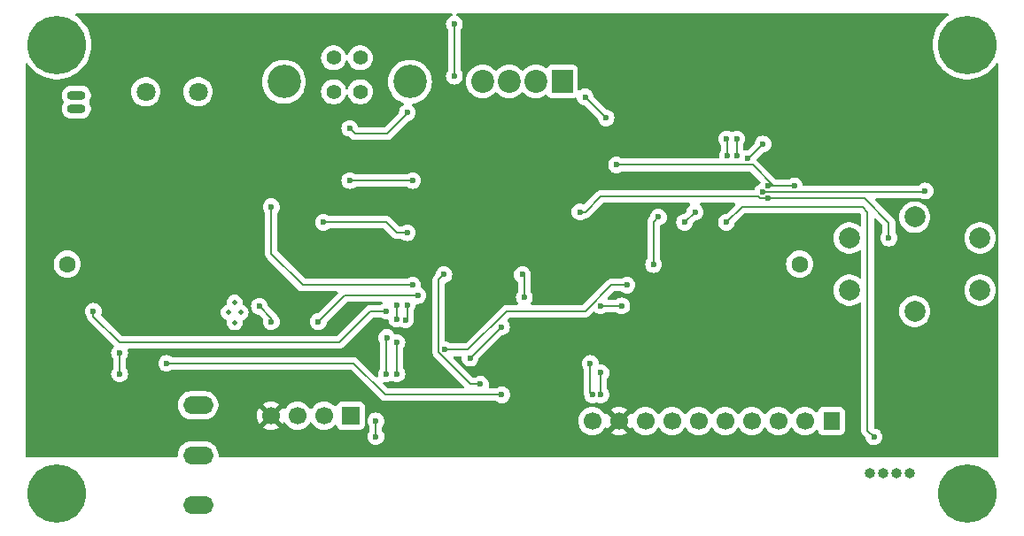
<source format=gbr>
%TF.GenerationSoftware,KiCad,Pcbnew,8.0.1*%
%TF.CreationDate,2024-04-01T02:15:42+02:00*%
%TF.ProjectId,ef_hbmob,65665f68-626d-46f6-922e-6b696361645f,rev?*%
%TF.SameCoordinates,Original*%
%TF.FileFunction,Copper,L2,Bot*%
%TF.FilePolarity,Positive*%
%FSLAX46Y46*%
G04 Gerber Fmt 4.6, Leading zero omitted, Abs format (unit mm)*
G04 Created by KiCad (PCBNEW 8.0.1) date 2024-04-01 02:15:42*
%MOMM*%
%LPD*%
G01*
G04 APERTURE LIST*
%TA.AperFunction,ComponentPad*%
%ADD10C,2.000000*%
%TD*%
%TA.AperFunction,ComponentPad*%
%ADD11C,3.600000*%
%TD*%
%TA.AperFunction,ConnectorPad*%
%ADD12C,5.600000*%
%TD*%
%TA.AperFunction,ComponentPad*%
%ADD13C,0.500000*%
%TD*%
%TA.AperFunction,ComponentPad*%
%ADD14O,1.000000X1.000000*%
%TD*%
%TA.AperFunction,ComponentPad*%
%ADD15R,1.570000X1.700000*%
%TD*%
%TA.AperFunction,ComponentPad*%
%ADD16C,1.700000*%
%TD*%
%TA.AperFunction,ComponentPad*%
%ADD17R,2.000000X2.200000*%
%TD*%
%TA.AperFunction,ComponentPad*%
%ADD18C,2.200000*%
%TD*%
%TA.AperFunction,ComponentPad*%
%ADD19C,1.800000*%
%TD*%
%TA.AperFunction,ComponentPad*%
%ADD20O,1.800000X0.900000*%
%TD*%
%TA.AperFunction,ComponentPad*%
%ADD21R,1.700000X1.700000*%
%TD*%
%TA.AperFunction,ComponentPad*%
%ADD22C,3.200000*%
%TD*%
%TA.AperFunction,ComponentPad*%
%ADD23C,1.400000*%
%TD*%
%TA.AperFunction,ComponentPad*%
%ADD24O,2.900000X1.700000*%
%TD*%
%TA.AperFunction,ComponentPad*%
%ADD25C,1.600000*%
%TD*%
%TA.AperFunction,ViaPad*%
%ADD26C,0.600000*%
%TD*%
%TA.AperFunction,Conductor*%
%ADD27C,0.200000*%
%TD*%
G04 APERTURE END LIST*
D10*
%TO.P,SW2,*%
%TO.N,*%
X140467157Y-61467157D03*
X140467157Y-70467157D03*
%TO.P,SW2,1,1*%
%TO.N,unconnected-(SW2-Pad1)*%
X146717157Y-68467157D03*
%TO.P,SW2,2,2*%
%TO.N,Net-(R8-Pad2)*%
X134217157Y-68467157D03*
%TO.P,SW2,3,3*%
%TO.N,GND*%
X146717157Y-63467157D03*
%TO.P,SW2,4,4*%
%TO.N,unconnected-(SW2-Pad4)*%
X134217157Y-63467157D03*
%TD*%
D11*
%TO.P,H1,1,1*%
%TO.N,GND*%
X58467157Y-44967157D03*
D12*
X58467157Y-44967157D03*
%TD*%
D13*
%TO.P,U2,11,PGND*%
%TO.N,GND*%
X74892157Y-70597157D03*
X75467157Y-69647157D03*
X75467157Y-71547157D03*
X76042157Y-70597157D03*
%TD*%
D14*
%TO.P,D3,1,A*%
%TO.N,LEDs*%
X137457157Y-85967157D03*
%TO.P,D3,2,BK*%
%TO.N,Net-(D3-BK)*%
X136207157Y-85967157D03*
%TO.P,D3,3,GK*%
%TO.N,Net-(D3-GK)*%
X138717157Y-85967157D03*
%TO.P,D3,4,RK*%
%TO.N,Net-(D3-RK)*%
X139967157Y-85967157D03*
%TD*%
D11*
%TO.P,H3,1,1*%
%TO.N,GND*%
X58467157Y-87967157D03*
D12*
X58467157Y-87967157D03*
%TD*%
D11*
%TO.P,H2,1,1*%
%TO.N,GND*%
X145467157Y-44967157D03*
D12*
X145467157Y-44967157D03*
%TD*%
D15*
%TO.P,J3,1,Pin_1*%
%TO.N,GPIO.02*%
X132507157Y-80967157D03*
D16*
%TO.P,J3,2,Pin_2*%
%TO.N,GPIO.03*%
X129967157Y-80967157D03*
%TO.P,J3,3,Pin_3*%
%TO.N,GPIO.06*%
X127427157Y-80967157D03*
%TO.P,J3,4,Pin_4*%
%TO.N,GPIO.07*%
X124887157Y-80967157D03*
%TO.P,J3,5,Pin_5*%
%TO.N,GPIO.14*%
X122347157Y-80967157D03*
%TO.P,J3,6,Pin_6*%
%TO.N,GPIO.15*%
X119807157Y-80967157D03*
%TO.P,J3,7,Pin_7*%
%TO.N,GPIO.16*%
X117267157Y-80967157D03*
%TO.P,J3,8,Pin_8*%
%TO.N,GPIO.17*%
X114727157Y-80967157D03*
%TO.P,J3,9,Pin_9*%
%TO.N,+3.3V*%
X112187157Y-80967157D03*
%TO.P,J3,10,Pin_10*%
%TO.N,GND*%
X109647157Y-80967157D03*
%TD*%
D11*
%TO.P,H4,1,1*%
%TO.N,GND*%
X145467157Y-87967157D03*
D12*
X145467157Y-87967157D03*
%TD*%
D17*
%TO.P,CN1,1,1*%
%TO.N,LEDs*%
X106777157Y-48467157D03*
D18*
%TO.P,CN1,2,2*%
%TO.N,D+*%
X104237157Y-48467157D03*
%TO.P,CN1,3,3*%
%TO.N,D-*%
X101697157Y-48467157D03*
%TO.P,CN1,4,4*%
%TO.N,GND*%
X99157157Y-48467157D03*
%TD*%
D19*
%TO.P,BZ1,1,+*%
%TO.N,Net-(BZ1-+)*%
X71967157Y-49467157D03*
%TO.P,BZ1,2,-*%
%TO.N,GND*%
X66967157Y-49467157D03*
%TD*%
D20*
%TO.P,M1,1,+*%
%TO.N,Net-(D1-K)*%
X60337157Y-51097157D03*
%TO.P,M1,2,-*%
%TO.N,GND*%
X60337157Y-49837157D03*
%TD*%
D21*
%TO.P,J2,1,Pin_1*%
%TO.N,GND*%
X86547157Y-80467157D03*
D16*
%TO.P,J2,2,Pin_2*%
%TO.N,SWDIO*%
X84007157Y-80467157D03*
%TO.P,J2,3,Pin_3*%
%TO.N,SWDCLK*%
X81467157Y-80467157D03*
%TO.P,J2,4,Pin_4*%
%TO.N,+3.3V*%
X78927157Y-80467157D03*
%TD*%
D22*
%TO.P,USB1,0,0*%
%TO.N,unconnected-(USB1-Pad0)_0*%
X92217157Y-48507157D03*
%TO.N,unconnected-(USB1-Pad0)*%
X80177157Y-48507157D03*
D23*
%TO.P,USB1,1,VCC*%
%TO.N,LEDs*%
X84927157Y-46207157D03*
%TO.P,USB1,2,D-*%
%TO.N,D-*%
X87467157Y-46207157D03*
%TO.P,USB1,3,D+*%
%TO.N,D+*%
X87467157Y-49467157D03*
%TO.P,USB1,4,GND*%
%TO.N,GND*%
X84927157Y-49467157D03*
%TD*%
D24*
%TO.P,SW1,1,A*%
%TO.N,Net-(SW1-A)*%
X71967157Y-79467157D03*
%TO.P,SW1,2,B*%
%TO.N,GND*%
X71967157Y-84267157D03*
%TO.P,SW1,3,C*%
%TO.N,unconnected-(SW1-C-Pad3)*%
X71967157Y-89067157D03*
%TD*%
D25*
%TO.P,BT1,1,+*%
%TO.N,Net-(BT1-+)*%
X129467157Y-65967157D03*
%TO.P,BT1,2,-*%
%TO.N,GND*%
X59467157Y-65967157D03*
%TD*%
D26*
%TO.N,Net-(U1-PO.18)*%
X90967157Y-76467157D03*
%TO.N,STATUS_LED*%
X89967157Y-76467157D03*
X90000000Y-73000000D03*
%TO.N,Net-(U1-PO.18)*%
X90967157Y-73467157D03*
X91793800Y-71293800D03*
%TO.N,STATUS_LED*%
X90967157Y-71212652D03*
X90967157Y-69867157D03*
%TO.N,Net-(U1-PO.18)*%
X91967157Y-69867157D03*
%TO.N,Net-(U1-PO.04)*%
X110467157Y-69967157D03*
X112467157Y-69967157D03*
%TO.N,Net-(BT2-PROG3)*%
X123467157Y-55567157D03*
%TO.N,Net-(BT2-PROG1)*%
X122500000Y-54000000D03*
X122567157Y-55567157D03*
%TO.N,Net-(BT2-PROG3)*%
X123467157Y-54000000D03*
%TO.N,GND*%
X100967157Y-71967157D03*
X97967157Y-74967157D03*
X64467157Y-74467157D03*
X64467157Y-76467157D03*
X102967157Y-66967157D03*
X103157717Y-69157717D03*
X96467157Y-42967157D03*
X96467157Y-47967157D03*
X88967157Y-82467157D03*
X91967157Y-62967157D03*
X83967157Y-61967157D03*
X83467157Y-71467157D03*
X92967157Y-68967157D03*
X88967157Y-80967157D03*
X124467157Y-55867157D03*
X78967157Y-71467157D03*
X77837157Y-69997157D03*
X125967157Y-54467157D03*
%TO.N,LEDs*%
X136567157Y-82500000D03*
X108967157Y-49967157D03*
X115507157Y-66007157D03*
X122467157Y-61967157D03*
X112967157Y-67967157D03*
X115967157Y-61467157D03*
X95567157Y-74164809D03*
X110967157Y-51967157D03*
%TO.N,SYSTEM_LOAD*%
X119467157Y-60967157D03*
X92467157Y-57967157D03*
X118467157Y-61967157D03*
X86467157Y-57967157D03*
%TO.N,LED_G*%
X126467157Y-59667157D03*
X138000000Y-63467157D03*
X108467157Y-60967157D03*
%TO.N,LED_B*%
X141467157Y-58967157D03*
X125901470Y-59067157D03*
%TO.N,LED_R*%
X128967157Y-58467157D03*
X111967157Y-56467157D03*
X126467157Y-58467157D03*
%TO.N,+3.3V*%
X112967157Y-71467157D03*
X126967157Y-52467157D03*
X77467157Y-66467157D03*
X128967157Y-73967157D03*
X127467157Y-71467157D03*
X109967157Y-71467157D03*
%TO.N,MODE*%
X101000000Y-78467157D03*
X68967157Y-75467157D03*
%TO.N,ALARM*%
X98967157Y-77467157D03*
X95467157Y-66967157D03*
%TO.N,D+*%
X86467157Y-52967157D03*
X91967157Y-51467157D03*
%TO.N,GPIO.02*%
X109467157Y-75467157D03*
X109667154Y-78467157D03*
%TO.N,GPIO.03*%
X110467157Y-76367157D03*
X110467157Y-78467157D03*
%TO.N,MOTOR*%
X61967157Y-70467157D03*
X89967157Y-70467157D03*
%TO.N,BUZZER*%
X78967157Y-60467157D03*
X92467157Y-67967157D03*
%TD*%
D27*
%TO.N,D+*%
X90000000Y-53500000D02*
X87000000Y-53500000D01*
X87000000Y-53500000D02*
X86467157Y-52967157D01*
X91967157Y-51532843D02*
X90000000Y-53500000D01*
X91967157Y-51467157D02*
X91967157Y-51532843D01*
%TO.N,LED_G*%
X138000000Y-62000000D02*
X135667157Y-59667157D01*
X138000000Y-63467157D02*
X138000000Y-62000000D01*
X135667157Y-59667157D02*
X126467157Y-59667157D01*
%TO.N,LED_R*%
X124967157Y-56467157D02*
X126967157Y-58467157D01*
X111967157Y-56467157D02*
X124967157Y-56467157D01*
%TO.N,LED_G*%
X110434314Y-59500000D02*
X125485784Y-59500000D01*
X108967157Y-60967157D02*
X110434314Y-59500000D01*
X125652941Y-59667157D02*
X126467157Y-59667157D01*
X108467157Y-60967157D02*
X108967157Y-60967157D01*
X125485784Y-59500000D02*
X125652941Y-59667157D01*
%TO.N,LEDs*%
X123967157Y-60467157D02*
X122467157Y-61967157D01*
X135467157Y-60467157D02*
X123967157Y-60467157D01*
X136567157Y-82500000D02*
X135967157Y-81900000D01*
X135967157Y-81900000D02*
X135967157Y-60967157D01*
X135967157Y-60967157D02*
X135467157Y-60467157D01*
%TO.N,MODE*%
X86830760Y-75467157D02*
X68967157Y-75467157D01*
X89830760Y-78467157D02*
X86830760Y-75467157D01*
X101000000Y-78467157D02*
X89830760Y-78467157D01*
%TO.N,STATUS_LED*%
X89967157Y-72967157D02*
X90000000Y-73000000D01*
%TO.N,Net-(U1-PO.18)*%
X91000000Y-73500000D02*
X90967157Y-73467157D01*
X90967157Y-73467157D02*
X90967157Y-73500000D01*
X91967157Y-71120443D02*
X91967157Y-69867157D01*
X91658501Y-71429099D02*
X91967157Y-71120443D01*
%TO.N,STATUS_LED*%
X90967157Y-71000000D02*
X90967157Y-69867157D01*
X90967157Y-71212652D02*
X90967157Y-71000000D01*
%TO.N,Net-(U1-PO.18)*%
X91967157Y-69967157D02*
X92000000Y-70000000D01*
X91967157Y-69867157D02*
X91967157Y-69967157D01*
%TO.N,Net-(BT2-PROG1)*%
X122500000Y-54000000D02*
X122567157Y-54067157D01*
X122567157Y-54067157D02*
X122567157Y-55567157D01*
%TO.N,Net-(BT2-PROG3)*%
X123467157Y-54000000D02*
X123467157Y-55467157D01*
%TO.N,GND*%
X97967157Y-74967157D02*
X100967157Y-71967157D01*
X64467157Y-76467157D02*
X64467157Y-74467157D01*
X103157717Y-67157717D02*
X102967157Y-66967157D01*
X103157717Y-69157717D02*
X103157717Y-67157717D01*
X96467157Y-47967157D02*
X96467157Y-42967157D01*
X77837157Y-69997157D02*
X78967157Y-71127157D01*
X92967157Y-68967157D02*
X85967157Y-68967157D01*
X88967157Y-80967157D02*
X88967157Y-81467157D01*
X89967157Y-61967157D02*
X83967157Y-61967157D01*
X125967157Y-54467157D02*
X124567157Y-55867157D01*
X90967157Y-62967157D02*
X89967157Y-61967157D01*
X85967157Y-68967157D02*
X83467157Y-71467157D01*
X124567157Y-55867157D02*
X124467157Y-55867157D01*
X91967157Y-62967157D02*
X90967157Y-62967157D01*
X88967157Y-81467157D02*
X88967157Y-82467157D01*
X78967157Y-71127157D02*
X78967157Y-71467157D01*
%TO.N,LEDs*%
X95567157Y-74164809D02*
X97769505Y-74164809D01*
X97769505Y-74164809D02*
X101467157Y-70467157D01*
X108967157Y-70467157D02*
X111467157Y-67967157D01*
X111467157Y-67967157D02*
X112967157Y-67967157D01*
X110967157Y-51967157D02*
X108967157Y-49967157D01*
X115507157Y-61927157D02*
X115967157Y-61467157D01*
X101467157Y-70467157D02*
X108967157Y-70467157D01*
X115507157Y-66007157D02*
X115507157Y-61927157D01*
%TO.N,SYSTEM_LOAD*%
X119467157Y-60967157D02*
X118467157Y-61967157D01*
X92467157Y-57967157D02*
X86467157Y-57967157D01*
%TO.N,LED_B*%
X141367157Y-59067157D02*
X141467157Y-58967157D01*
X125901470Y-59067157D02*
X141367157Y-59067157D01*
%TO.N,LED_R*%
X126967157Y-58467157D02*
X128967157Y-58467157D01*
X126467157Y-58467157D02*
X126967157Y-58467157D01*
%TO.N,+3.3V*%
X128967157Y-73967157D02*
X127467157Y-72467157D01*
X81467157Y-65967157D02*
X81367157Y-65967157D01*
X127467157Y-72467157D02*
X127467157Y-71467157D01*
X109967157Y-71467157D02*
X112967157Y-71467157D01*
%TO.N,ALARM*%
X94967157Y-67467157D02*
X94967157Y-74413338D01*
X98020976Y-77467157D02*
X98967157Y-77467157D01*
X95467157Y-66967157D02*
X94967157Y-67467157D01*
X94967157Y-74413338D02*
X98020976Y-77467157D01*
%TO.N,GPIO.02*%
X109467157Y-75467157D02*
X109467157Y-78267160D01*
X109467157Y-78267160D02*
X109667154Y-78467157D01*
%TO.N,GPIO.03*%
X110467157Y-78467157D02*
X110467157Y-76367157D01*
%TO.N,MOTOR*%
X88467157Y-70467157D02*
X85467157Y-73467157D01*
X64467157Y-73467157D02*
X61967157Y-70967157D01*
X89967157Y-70467157D02*
X88467157Y-70467157D01*
X85467157Y-73467157D02*
X64467157Y-73467157D01*
X61967157Y-70967157D02*
X61967157Y-70467157D01*
%TO.N,BUZZER*%
X78967157Y-64967157D02*
X78967157Y-60467157D01*
X92467157Y-67967157D02*
X81967157Y-67967157D01*
X81967157Y-67967157D02*
X78967157Y-64967157D01*
%TO.N,Net-(U1-PO.18)*%
X90967157Y-76467157D02*
X90967157Y-73467157D01*
%TO.N,Net-(U1-PO.04)*%
X110467157Y-69967157D02*
X112467157Y-69967157D01*
%TO.N,STATUS_LED*%
X89967157Y-76467157D02*
X89967157Y-72967157D01*
%TD*%
%TA.AperFunction,Conductor*%
%TO.N,+3.3V*%
G36*
X96237082Y-41987342D02*
G01*
X96282837Y-42040146D01*
X96292781Y-42109304D01*
X96263756Y-42172860D01*
X96210997Y-42208699D01*
X96117635Y-42241367D01*
X95964894Y-42337341D01*
X95837341Y-42464894D01*
X95741368Y-42617633D01*
X95681788Y-42787902D01*
X95681787Y-42787907D01*
X95661592Y-42967153D01*
X95661592Y-42967160D01*
X95681787Y-43146406D01*
X95681788Y-43146411D01*
X95741368Y-43316680D01*
X95837342Y-43469420D01*
X95839602Y-43472254D01*
X95840491Y-43474432D01*
X95841046Y-43475315D01*
X95840891Y-43475412D01*
X95866012Y-43536940D01*
X95866657Y-43549569D01*
X95866657Y-47384744D01*
X95846972Y-47451783D01*
X95839607Y-47462053D01*
X95837343Y-47464891D01*
X95741368Y-47617633D01*
X95681788Y-47787902D01*
X95681787Y-47787907D01*
X95661592Y-47967153D01*
X95661592Y-47967160D01*
X95681787Y-48146406D01*
X95681788Y-48146411D01*
X95741368Y-48316680D01*
X95786125Y-48387910D01*
X95837341Y-48469419D01*
X95964895Y-48596973D01*
X96117635Y-48692946D01*
X96287902Y-48752525D01*
X96287907Y-48752526D01*
X96467153Y-48772722D01*
X96467157Y-48772722D01*
X96467161Y-48772722D01*
X96646406Y-48752526D01*
X96646409Y-48752525D01*
X96646412Y-48752525D01*
X96816679Y-48692946D01*
X96969419Y-48596973D01*
X97096973Y-48469419D01*
X97098394Y-48467157D01*
X97551708Y-48467157D01*
X97571474Y-48718308D01*
X97630283Y-48963267D01*
X97726690Y-49196016D01*
X97858317Y-49410810D01*
X97858318Y-49410813D01*
X97858321Y-49410816D01*
X98021933Y-49602381D01*
X98134433Y-49698465D01*
X98213500Y-49765995D01*
X98213503Y-49765996D01*
X98428297Y-49897623D01*
X98661046Y-49994030D01*
X98906009Y-50052840D01*
X99157157Y-50072606D01*
X99408305Y-50052840D01*
X99653268Y-49994030D01*
X99886016Y-49897623D01*
X100100816Y-49765993D01*
X100292381Y-49602381D01*
X100332867Y-49554976D01*
X100391373Y-49516784D01*
X100461241Y-49516285D01*
X100520287Y-49553639D01*
X100521392Y-49554913D01*
X100560832Y-49601092D01*
X100561933Y-49602381D01*
X100753500Y-49765995D01*
X100753503Y-49765996D01*
X100968297Y-49897623D01*
X101201046Y-49994030D01*
X101446009Y-50052840D01*
X101697157Y-50072606D01*
X101948305Y-50052840D01*
X102193268Y-49994030D01*
X102426016Y-49897623D01*
X102640816Y-49765993D01*
X102832381Y-49602381D01*
X102872867Y-49554976D01*
X102931373Y-49516784D01*
X103001241Y-49516285D01*
X103060287Y-49553639D01*
X103061392Y-49554913D01*
X103100832Y-49601092D01*
X103101933Y-49602381D01*
X103293500Y-49765995D01*
X103293503Y-49765996D01*
X103508297Y-49897623D01*
X103741046Y-49994030D01*
X103986009Y-50052840D01*
X104237157Y-50072606D01*
X104488305Y-50052840D01*
X104733268Y-49994030D01*
X104966016Y-49897623D01*
X105166725Y-49774627D01*
X105234171Y-49756383D01*
X105300773Y-49777499D01*
X105330781Y-49806043D01*
X105419612Y-49924704D01*
X105534821Y-50010950D01*
X105534828Y-50010954D01*
X105669674Y-50061248D01*
X105669673Y-50061248D01*
X105676601Y-50061992D01*
X105729284Y-50067657D01*
X107825029Y-50067656D01*
X107884640Y-50061248D01*
X108011823Y-50013811D01*
X108081512Y-50008828D01*
X108142835Y-50042313D01*
X108176320Y-50103636D01*
X108178374Y-50116110D01*
X108181787Y-50146407D01*
X108181788Y-50146411D01*
X108241368Y-50316680D01*
X108312121Y-50429282D01*
X108337341Y-50469419D01*
X108464895Y-50596973D01*
X108617635Y-50692946D01*
X108787902Y-50752525D01*
X108874826Y-50762318D01*
X108939237Y-50789383D01*
X108948622Y-50797857D01*
X110136455Y-51985690D01*
X110169940Y-52047013D01*
X110171994Y-52059487D01*
X110181787Y-52146406D01*
X110241367Y-52316678D01*
X110334498Y-52464894D01*
X110337341Y-52469419D01*
X110464895Y-52596973D01*
X110617635Y-52692946D01*
X110787902Y-52752525D01*
X110787907Y-52752526D01*
X110967153Y-52772722D01*
X110967157Y-52772722D01*
X110967161Y-52772722D01*
X111146406Y-52752526D01*
X111146409Y-52752525D01*
X111146412Y-52752525D01*
X111316679Y-52692946D01*
X111469419Y-52596973D01*
X111596973Y-52469419D01*
X111692946Y-52316679D01*
X111752525Y-52146412D01*
X111752526Y-52146406D01*
X111772722Y-51967160D01*
X111772722Y-51967153D01*
X111752526Y-51787907D01*
X111752525Y-51787902D01*
X111722839Y-51703064D01*
X111692946Y-51617635D01*
X111596973Y-51464895D01*
X111469419Y-51337341D01*
X111316678Y-51241367D01*
X111146406Y-51181787D01*
X111059487Y-51171994D01*
X110995073Y-51144927D01*
X110985690Y-51136455D01*
X109797857Y-49948622D01*
X109764372Y-49887299D01*
X109762320Y-49874843D01*
X109752525Y-49787902D01*
X109692946Y-49617635D01*
X109596973Y-49464895D01*
X109469419Y-49337341D01*
X109464509Y-49334256D01*
X109316680Y-49241368D01*
X109146411Y-49181788D01*
X109146406Y-49181787D01*
X108967161Y-49161592D01*
X108967153Y-49161592D01*
X108787907Y-49181787D01*
X108787902Y-49181788D01*
X108617633Y-49241368D01*
X108467628Y-49335624D01*
X108400392Y-49354624D01*
X108333556Y-49334256D01*
X108288342Y-49280989D01*
X108277656Y-49230630D01*
X108277656Y-47319286D01*
X108277655Y-47319280D01*
X108271248Y-47259673D01*
X108220954Y-47124828D01*
X108220950Y-47124821D01*
X108134704Y-47009612D01*
X108134701Y-47009609D01*
X108019492Y-46923363D01*
X108019485Y-46923359D01*
X107884639Y-46873065D01*
X107884640Y-46873065D01*
X107825040Y-46866658D01*
X107825038Y-46866657D01*
X107825030Y-46866657D01*
X107825021Y-46866657D01*
X105729286Y-46866657D01*
X105729280Y-46866658D01*
X105669673Y-46873065D01*
X105534828Y-46923359D01*
X105534821Y-46923363D01*
X105419612Y-47009609D01*
X105330781Y-47128270D01*
X105274846Y-47170141D01*
X105205155Y-47175124D01*
X105166725Y-47159685D01*
X104966016Y-47036690D01*
X104733267Y-46940283D01*
X104488308Y-46881474D01*
X104237157Y-46861708D01*
X103986005Y-46881474D01*
X103741046Y-46940283D01*
X103508297Y-47036690D01*
X103293503Y-47168317D01*
X103293500Y-47168318D01*
X103101933Y-47331933D01*
X103061447Y-47379336D01*
X103002940Y-47417529D01*
X102933072Y-47418027D01*
X102874026Y-47380673D01*
X102872867Y-47379336D01*
X102862138Y-47366774D01*
X102832381Y-47331933D01*
X102652683Y-47178456D01*
X102640813Y-47168318D01*
X102640810Y-47168317D01*
X102426016Y-47036690D01*
X102193267Y-46940283D01*
X101948308Y-46881474D01*
X101697157Y-46861708D01*
X101446005Y-46881474D01*
X101201046Y-46940283D01*
X100968297Y-47036690D01*
X100753503Y-47168317D01*
X100753500Y-47168318D01*
X100561933Y-47331933D01*
X100521447Y-47379336D01*
X100462940Y-47417529D01*
X100393072Y-47418027D01*
X100334026Y-47380673D01*
X100332867Y-47379336D01*
X100322138Y-47366774D01*
X100292381Y-47331933D01*
X100112683Y-47178456D01*
X100100813Y-47168318D01*
X100100810Y-47168317D01*
X99886016Y-47036690D01*
X99653267Y-46940283D01*
X99408308Y-46881474D01*
X99157157Y-46861708D01*
X98906005Y-46881474D01*
X98661046Y-46940283D01*
X98428297Y-47036690D01*
X98213503Y-47168317D01*
X98213500Y-47168318D01*
X98021933Y-47331933D01*
X97858318Y-47523500D01*
X97858317Y-47523503D01*
X97726690Y-47738297D01*
X97630283Y-47971046D01*
X97571474Y-48216005D01*
X97551708Y-48467157D01*
X97098394Y-48467157D01*
X97192946Y-48316679D01*
X97252525Y-48146412D01*
X97261511Y-48066657D01*
X97272722Y-47967160D01*
X97272722Y-47967153D01*
X97252526Y-47787907D01*
X97252525Y-47787902D01*
X97192945Y-47617633D01*
X97112581Y-47489735D01*
X97096973Y-47464895D01*
X97096971Y-47464893D01*
X97096970Y-47464891D01*
X97094707Y-47462053D01*
X97093816Y-47459872D01*
X97093268Y-47458999D01*
X97093421Y-47458902D01*
X97068301Y-47397366D01*
X97067657Y-47384744D01*
X97067657Y-43549569D01*
X97087342Y-43482530D01*
X97094712Y-43472254D01*
X97096967Y-43469424D01*
X97096973Y-43469419D01*
X97192946Y-43316679D01*
X97252525Y-43146412D01*
X97272722Y-42967157D01*
X97272687Y-42966847D01*
X97252526Y-42787907D01*
X97252525Y-42787902D01*
X97192945Y-42617633D01*
X97096972Y-42464894D01*
X96969419Y-42337341D01*
X96816678Y-42241367D01*
X96723317Y-42208699D01*
X96666540Y-42167977D01*
X96640793Y-42103024D01*
X96654249Y-42034463D01*
X96702636Y-41984060D01*
X96764271Y-41967657D01*
X143603904Y-41967657D01*
X143670943Y-41987342D01*
X143716698Y-42040146D01*
X143726642Y-42109304D01*
X143697617Y-42172860D01*
X143667834Y-42197905D01*
X143612238Y-42231357D01*
X143599069Y-42241368D01*
X143327329Y-42447938D01*
X143327320Y-42447946D01*
X143067488Y-42694071D01*
X142835798Y-42966837D01*
X142835791Y-42966847D01*
X142634947Y-43263070D01*
X142634941Y-43263079D01*
X142467308Y-43579268D01*
X142467299Y-43579286D01*
X142334831Y-43911757D01*
X142334829Y-43911764D01*
X142239089Y-44256591D01*
X142239083Y-44256617D01*
X142181186Y-44609771D01*
X142181185Y-44609788D01*
X142161809Y-44967154D01*
X142161809Y-44967159D01*
X142181185Y-45324525D01*
X142181186Y-45324542D01*
X142239083Y-45677696D01*
X142239089Y-45677722D01*
X142334829Y-46022549D01*
X142334831Y-46022556D01*
X142467299Y-46355027D01*
X142467308Y-46355045D01*
X142634941Y-46671234D01*
X142634944Y-46671239D01*
X142634946Y-46671242D01*
X142805885Y-46923359D01*
X142835791Y-46967466D01*
X142835798Y-46967476D01*
X143015009Y-47178459D01*
X143067489Y-47240243D01*
X143327320Y-47486368D01*
X143612238Y-47702957D01*
X143918904Y-47887472D01*
X143918906Y-47887473D01*
X143918908Y-47887474D01*
X143918912Y-47887476D01*
X144099547Y-47971046D01*
X144243722Y-48037748D01*
X144582883Y-48152025D01*
X144932411Y-48228962D01*
X145288209Y-48267657D01*
X145288215Y-48267657D01*
X145646099Y-48267657D01*
X145646105Y-48267657D01*
X146001903Y-48228962D01*
X146351431Y-48152025D01*
X146690592Y-48037748D01*
X147015410Y-47887472D01*
X147322076Y-47702957D01*
X147606994Y-47486368D01*
X147866825Y-47240243D01*
X148098522Y-46967468D01*
X148166873Y-46866658D01*
X148240024Y-46758769D01*
X148293938Y-46714328D01*
X148363321Y-46706090D01*
X148426142Y-46736671D01*
X148462458Y-46796361D01*
X148466657Y-46828356D01*
X148466657Y-63412029D01*
X148449624Y-63470034D01*
X148464113Y-63497293D01*
X148466657Y-63522284D01*
X148466657Y-68412029D01*
X148449624Y-68470034D01*
X148464113Y-68497293D01*
X148466657Y-68522284D01*
X148466657Y-84343157D01*
X148446972Y-84410196D01*
X148394168Y-84455951D01*
X148342657Y-84467157D01*
X133467157Y-84467157D01*
X75467157Y-84467157D01*
X74041657Y-84467157D01*
X73974618Y-84447472D01*
X73928863Y-84394668D01*
X73917657Y-84343157D01*
X73917657Y-84160870D01*
X73884403Y-83950917D01*
X73884403Y-83950914D01*
X73818714Y-83748745D01*
X73722208Y-83559341D01*
X73722206Y-83559338D01*
X73722205Y-83559336D01*
X73597266Y-83387370D01*
X73446943Y-83237047D01*
X73274977Y-83112108D01*
X73085571Y-83015601D01*
X73085570Y-83015600D01*
X73085569Y-83015600D01*
X72883400Y-82949911D01*
X72883398Y-82949910D01*
X72883397Y-82949910D01*
X72722114Y-82924365D01*
X72673444Y-82916657D01*
X71260870Y-82916657D01*
X71212199Y-82924365D01*
X71050917Y-82949910D01*
X70848742Y-83015601D01*
X70659336Y-83112108D01*
X70487370Y-83237047D01*
X70337047Y-83387370D01*
X70212108Y-83559336D01*
X70115601Y-83748742D01*
X70049910Y-83950917D01*
X70016657Y-84160870D01*
X70016657Y-84343157D01*
X69996972Y-84410196D01*
X69944168Y-84455951D01*
X69892657Y-84467157D01*
X55591657Y-84467157D01*
X55524618Y-84447472D01*
X55478863Y-84394668D01*
X55467657Y-84343157D01*
X55467657Y-82467160D01*
X88161592Y-82467160D01*
X88181787Y-82646406D01*
X88181788Y-82646411D01*
X88241368Y-82816680D01*
X88262005Y-82849523D01*
X88337341Y-82969419D01*
X88464895Y-83096973D01*
X88617635Y-83192946D01*
X88743686Y-83237053D01*
X88787902Y-83252525D01*
X88787907Y-83252526D01*
X88967153Y-83272722D01*
X88967157Y-83272722D01*
X88967161Y-83272722D01*
X89146406Y-83252526D01*
X89146409Y-83252525D01*
X89146412Y-83252525D01*
X89316679Y-83192946D01*
X89469419Y-83096973D01*
X89596973Y-82969419D01*
X89692946Y-82816679D01*
X89752525Y-82646412D01*
X89760024Y-82579856D01*
X89772722Y-82467160D01*
X89772722Y-82467153D01*
X89752526Y-82287907D01*
X89752525Y-82287902D01*
X89745812Y-82268717D01*
X89692946Y-82117635D01*
X89596973Y-81964895D01*
X89596971Y-81964893D01*
X89596970Y-81964891D01*
X89594707Y-81962053D01*
X89593816Y-81959872D01*
X89593268Y-81958999D01*
X89593421Y-81958902D01*
X89568301Y-81897366D01*
X89567657Y-81884744D01*
X89567657Y-81549569D01*
X89587342Y-81482530D01*
X89594712Y-81472254D01*
X89596967Y-81469424D01*
X89596973Y-81469419D01*
X89692946Y-81316679D01*
X89752525Y-81146412D01*
X89752686Y-81144987D01*
X89772722Y-80967160D01*
X89772722Y-80967157D01*
X108291498Y-80967157D01*
X108312093Y-81202560D01*
X108312095Y-81202570D01*
X108373251Y-81430812D01*
X108373253Y-81430816D01*
X108373254Y-81430820D01*
X108422739Y-81536940D01*
X108473122Y-81644987D01*
X108473124Y-81644991D01*
X108554320Y-81760950D01*
X108608662Y-81838558D01*
X108775756Y-82005652D01*
X108872541Y-82073422D01*
X108969322Y-82141189D01*
X108969324Y-82141190D01*
X108969327Y-82141192D01*
X109183494Y-82241060D01*
X109411749Y-82302220D01*
X109588191Y-82317657D01*
X109647156Y-82322816D01*
X109647157Y-82322816D01*
X109647158Y-82322816D01*
X109706123Y-82317657D01*
X109882565Y-82302220D01*
X110110820Y-82241060D01*
X110324987Y-82141192D01*
X110518558Y-82005652D01*
X110685652Y-81838558D01*
X110815889Y-81652560D01*
X110870464Y-81608937D01*
X110939962Y-81601743D01*
X111002317Y-81633266D01*
X111019037Y-81652562D01*
X111072230Y-81728530D01*
X111663359Y-81137401D01*
X111674627Y-81179454D01*
X111747038Y-81304872D01*
X111849442Y-81407276D01*
X111974860Y-81479687D01*
X112016911Y-81490954D01*
X111425782Y-82082082D01*
X111509578Y-82140756D01*
X111723664Y-82240586D01*
X111723673Y-82240590D01*
X111951830Y-82301724D01*
X111951841Y-82301726D01*
X112187155Y-82322314D01*
X112187159Y-82322314D01*
X112422472Y-82301726D01*
X112422483Y-82301724D01*
X112650640Y-82240590D01*
X112650649Y-82240586D01*
X112864735Y-82140757D01*
X112864739Y-82140755D01*
X112948530Y-82082083D01*
X112948530Y-82082082D01*
X112357401Y-81490954D01*
X112399454Y-81479687D01*
X112524872Y-81407276D01*
X112627276Y-81304872D01*
X112699687Y-81179454D01*
X112710954Y-81137402D01*
X113302082Y-81728530D01*
X113355276Y-81652562D01*
X113409853Y-81608938D01*
X113479352Y-81601745D01*
X113541706Y-81633267D01*
X113558426Y-81652562D01*
X113688662Y-81838558D01*
X113855756Y-82005652D01*
X113952541Y-82073422D01*
X114049322Y-82141189D01*
X114049324Y-82141190D01*
X114049327Y-82141192D01*
X114263494Y-82241060D01*
X114491749Y-82302220D01*
X114668191Y-82317657D01*
X114727156Y-82322816D01*
X114727157Y-82322816D01*
X114727158Y-82322816D01*
X114786123Y-82317657D01*
X114962565Y-82302220D01*
X115190820Y-82241060D01*
X115404987Y-82141192D01*
X115598558Y-82005652D01*
X115765652Y-81838558D01*
X115895582Y-81652999D01*
X115950159Y-81609374D01*
X116019657Y-81602180D01*
X116082012Y-81633703D01*
X116098732Y-81652999D01*
X116228657Y-81838552D01*
X116228662Y-81838558D01*
X116395756Y-82005652D01*
X116492541Y-82073422D01*
X116589322Y-82141189D01*
X116589324Y-82141190D01*
X116589327Y-82141192D01*
X116803494Y-82241060D01*
X117031749Y-82302220D01*
X117208191Y-82317657D01*
X117267156Y-82322816D01*
X117267157Y-82322816D01*
X117267158Y-82322816D01*
X117326123Y-82317657D01*
X117502565Y-82302220D01*
X117730820Y-82241060D01*
X117944987Y-82141192D01*
X118138558Y-82005652D01*
X118305652Y-81838558D01*
X118435582Y-81652999D01*
X118490159Y-81609374D01*
X118559657Y-81602180D01*
X118622012Y-81633703D01*
X118638732Y-81652999D01*
X118768657Y-81838552D01*
X118768662Y-81838558D01*
X118935756Y-82005652D01*
X119032541Y-82073422D01*
X119129322Y-82141189D01*
X119129324Y-82141190D01*
X119129327Y-82141192D01*
X119343494Y-82241060D01*
X119571749Y-82302220D01*
X119748191Y-82317657D01*
X119807156Y-82322816D01*
X119807157Y-82322816D01*
X119807158Y-82322816D01*
X119866123Y-82317657D01*
X120042565Y-82302220D01*
X120270820Y-82241060D01*
X120484987Y-82141192D01*
X120678558Y-82005652D01*
X120845652Y-81838558D01*
X120975582Y-81652999D01*
X121030159Y-81609374D01*
X121099657Y-81602180D01*
X121162012Y-81633703D01*
X121178732Y-81652999D01*
X121308657Y-81838552D01*
X121308662Y-81838558D01*
X121475756Y-82005652D01*
X121572541Y-82073422D01*
X121669322Y-82141189D01*
X121669324Y-82141190D01*
X121669327Y-82141192D01*
X121883494Y-82241060D01*
X122111749Y-82302220D01*
X122288191Y-82317657D01*
X122347156Y-82322816D01*
X122347157Y-82322816D01*
X122347158Y-82322816D01*
X122406123Y-82317657D01*
X122582565Y-82302220D01*
X122810820Y-82241060D01*
X123024987Y-82141192D01*
X123218558Y-82005652D01*
X123385652Y-81838558D01*
X123515582Y-81652999D01*
X123570159Y-81609374D01*
X123639657Y-81602180D01*
X123702012Y-81633703D01*
X123718732Y-81652999D01*
X123848657Y-81838552D01*
X123848662Y-81838558D01*
X124015756Y-82005652D01*
X124112541Y-82073422D01*
X124209322Y-82141189D01*
X124209324Y-82141190D01*
X124209327Y-82141192D01*
X124423494Y-82241060D01*
X124651749Y-82302220D01*
X124828191Y-82317657D01*
X124887156Y-82322816D01*
X124887157Y-82322816D01*
X124887158Y-82322816D01*
X124946123Y-82317657D01*
X125122565Y-82302220D01*
X125350820Y-82241060D01*
X125564987Y-82141192D01*
X125758558Y-82005652D01*
X125925652Y-81838558D01*
X126055582Y-81652999D01*
X126110159Y-81609374D01*
X126179657Y-81602180D01*
X126242012Y-81633703D01*
X126258732Y-81652999D01*
X126388657Y-81838552D01*
X126388662Y-81838558D01*
X126555756Y-82005652D01*
X126652541Y-82073422D01*
X126749322Y-82141189D01*
X126749324Y-82141190D01*
X126749327Y-82141192D01*
X126963494Y-82241060D01*
X127191749Y-82302220D01*
X127368191Y-82317657D01*
X127427156Y-82322816D01*
X127427157Y-82322816D01*
X127427158Y-82322816D01*
X127486123Y-82317657D01*
X127662565Y-82302220D01*
X127890820Y-82241060D01*
X128104987Y-82141192D01*
X128298558Y-82005652D01*
X128465652Y-81838558D01*
X128595582Y-81652999D01*
X128650159Y-81609374D01*
X128719657Y-81602180D01*
X128782012Y-81633703D01*
X128798732Y-81652999D01*
X128928657Y-81838552D01*
X128928662Y-81838558D01*
X129095756Y-82005652D01*
X129192541Y-82073422D01*
X129289322Y-82141189D01*
X129289324Y-82141190D01*
X129289327Y-82141192D01*
X129503494Y-82241060D01*
X129731749Y-82302220D01*
X129908191Y-82317657D01*
X129967156Y-82322816D01*
X129967157Y-82322816D01*
X129967158Y-82322816D01*
X130026123Y-82317657D01*
X130202565Y-82302220D01*
X130430820Y-82241060D01*
X130644987Y-82141192D01*
X130838558Y-82005652D01*
X131005652Y-81838558D01*
X131005663Y-81838541D01*
X131007441Y-81836424D01*
X131008472Y-81835737D01*
X131009480Y-81834730D01*
X131009682Y-81834932D01*
X131065610Y-81797719D01*
X131135471Y-81796607D01*
X131194843Y-81833441D01*
X131224876Y-81896526D01*
X131225724Y-81902868D01*
X131228064Y-81924637D01*
X131278359Y-82059485D01*
X131278363Y-82059492D01*
X131364609Y-82174701D01*
X131364612Y-82174704D01*
X131479821Y-82260950D01*
X131479828Y-82260954D01*
X131614674Y-82311248D01*
X131614673Y-82311248D01*
X131621601Y-82311992D01*
X131674284Y-82317657D01*
X133340029Y-82317656D01*
X133399640Y-82311248D01*
X133534488Y-82260953D01*
X133649703Y-82174703D01*
X133735953Y-82059488D01*
X133786248Y-81924640D01*
X133792657Y-81865030D01*
X133792656Y-80069285D01*
X133786248Y-80009674D01*
X133784006Y-80003664D01*
X133735954Y-79874828D01*
X133735950Y-79874821D01*
X133649704Y-79759612D01*
X133649701Y-79759609D01*
X133534492Y-79673363D01*
X133534485Y-79673359D01*
X133399639Y-79623065D01*
X133399640Y-79623065D01*
X133340040Y-79616658D01*
X133340038Y-79616657D01*
X133340030Y-79616657D01*
X133340021Y-79616657D01*
X131674286Y-79616657D01*
X131674280Y-79616658D01*
X131614673Y-79623065D01*
X131479828Y-79673359D01*
X131479821Y-79673363D01*
X131364612Y-79759609D01*
X131364609Y-79759612D01*
X131278363Y-79874821D01*
X131278359Y-79874828D01*
X131228065Y-80009673D01*
X131225725Y-80031444D01*
X131198987Y-80095995D01*
X131141594Y-80135843D01*
X131071769Y-80138336D01*
X131011680Y-80102683D01*
X131007448Y-80097896D01*
X131005648Y-80095751D01*
X130838559Y-79928663D01*
X130838552Y-79928658D01*
X130644991Y-79793124D01*
X130644987Y-79793122D01*
X130624138Y-79783400D01*
X130430820Y-79693254D01*
X130430816Y-79693253D01*
X130430812Y-79693251D01*
X130202570Y-79632095D01*
X130202560Y-79632093D01*
X129967158Y-79611498D01*
X129967156Y-79611498D01*
X129731753Y-79632093D01*
X129731743Y-79632095D01*
X129503501Y-79693251D01*
X129503492Y-79693255D01*
X129289328Y-79793121D01*
X129289326Y-79793122D01*
X129095754Y-79928662D01*
X128928662Y-80095754D01*
X128798732Y-80281315D01*
X128744155Y-80324940D01*
X128674657Y-80332134D01*
X128612302Y-80300611D01*
X128595582Y-80281315D01*
X128465651Y-80095754D01*
X128298559Y-79928663D01*
X128298552Y-79928658D01*
X128104991Y-79793124D01*
X128104987Y-79793122D01*
X128084138Y-79783400D01*
X127890820Y-79693254D01*
X127890816Y-79693253D01*
X127890812Y-79693251D01*
X127662570Y-79632095D01*
X127662560Y-79632093D01*
X127427158Y-79611498D01*
X127427156Y-79611498D01*
X127191753Y-79632093D01*
X127191743Y-79632095D01*
X126963501Y-79693251D01*
X126963492Y-79693255D01*
X126749328Y-79793121D01*
X126749326Y-79793122D01*
X126555754Y-79928662D01*
X126388662Y-80095754D01*
X126258732Y-80281315D01*
X126204155Y-80324940D01*
X126134657Y-80332134D01*
X126072302Y-80300611D01*
X126055582Y-80281315D01*
X125925651Y-80095754D01*
X125758559Y-79928663D01*
X125758552Y-79928658D01*
X125564991Y-79793124D01*
X125564987Y-79793122D01*
X125544138Y-79783400D01*
X125350820Y-79693254D01*
X125350816Y-79693253D01*
X125350812Y-79693251D01*
X125122570Y-79632095D01*
X125122560Y-79632093D01*
X124887158Y-79611498D01*
X124887156Y-79611498D01*
X124651753Y-79632093D01*
X124651743Y-79632095D01*
X124423501Y-79693251D01*
X124423492Y-79693255D01*
X124209328Y-79793121D01*
X124209326Y-79793122D01*
X124015754Y-79928662D01*
X123848662Y-80095754D01*
X123718732Y-80281315D01*
X123664155Y-80324940D01*
X123594657Y-80332134D01*
X123532302Y-80300611D01*
X123515582Y-80281315D01*
X123385651Y-80095754D01*
X123218559Y-79928663D01*
X123218552Y-79928658D01*
X123024991Y-79793124D01*
X123024987Y-79793122D01*
X123004138Y-79783400D01*
X122810820Y-79693254D01*
X122810816Y-79693253D01*
X122810812Y-79693251D01*
X122582570Y-79632095D01*
X122582560Y-79632093D01*
X122347158Y-79611498D01*
X122347156Y-79611498D01*
X122111753Y-79632093D01*
X122111743Y-79632095D01*
X121883501Y-79693251D01*
X121883492Y-79693255D01*
X121669328Y-79793121D01*
X121669326Y-79793122D01*
X121475754Y-79928662D01*
X121308662Y-80095754D01*
X121178732Y-80281315D01*
X121124155Y-80324940D01*
X121054657Y-80332134D01*
X120992302Y-80300611D01*
X120975582Y-80281315D01*
X120845651Y-80095754D01*
X120678559Y-79928663D01*
X120678552Y-79928658D01*
X120484991Y-79793124D01*
X120484987Y-79793122D01*
X120464138Y-79783400D01*
X120270820Y-79693254D01*
X120270816Y-79693253D01*
X120270812Y-79693251D01*
X120042570Y-79632095D01*
X120042560Y-79632093D01*
X119807158Y-79611498D01*
X119807156Y-79611498D01*
X119571753Y-79632093D01*
X119571743Y-79632095D01*
X119343501Y-79693251D01*
X119343492Y-79693255D01*
X119129328Y-79793121D01*
X119129326Y-79793122D01*
X118935754Y-79928662D01*
X118768662Y-80095754D01*
X118638732Y-80281315D01*
X118584155Y-80324940D01*
X118514657Y-80332134D01*
X118452302Y-80300611D01*
X118435582Y-80281315D01*
X118305651Y-80095754D01*
X118138559Y-79928663D01*
X118138552Y-79928658D01*
X117944991Y-79793124D01*
X117944987Y-79793122D01*
X117924138Y-79783400D01*
X117730820Y-79693254D01*
X117730816Y-79693253D01*
X117730812Y-79693251D01*
X117502570Y-79632095D01*
X117502560Y-79632093D01*
X117267158Y-79611498D01*
X117267156Y-79611498D01*
X117031753Y-79632093D01*
X117031743Y-79632095D01*
X116803501Y-79693251D01*
X116803492Y-79693255D01*
X116589328Y-79793121D01*
X116589326Y-79793122D01*
X116395754Y-79928662D01*
X116228662Y-80095754D01*
X116098732Y-80281315D01*
X116044155Y-80324940D01*
X115974657Y-80332134D01*
X115912302Y-80300611D01*
X115895582Y-80281315D01*
X115765651Y-80095754D01*
X115598559Y-79928663D01*
X115598552Y-79928658D01*
X115404991Y-79793124D01*
X115404987Y-79793122D01*
X115384138Y-79783400D01*
X115190820Y-79693254D01*
X115190816Y-79693253D01*
X115190812Y-79693251D01*
X114962570Y-79632095D01*
X114962560Y-79632093D01*
X114727158Y-79611498D01*
X114727156Y-79611498D01*
X114491753Y-79632093D01*
X114491743Y-79632095D01*
X114263501Y-79693251D01*
X114263492Y-79693255D01*
X114049328Y-79793121D01*
X114049326Y-79793122D01*
X113855754Y-79928662D01*
X113688662Y-80095754D01*
X113558426Y-80281752D01*
X113503849Y-80325377D01*
X113434351Y-80332571D01*
X113371996Y-80301048D01*
X113355276Y-80281752D01*
X113302082Y-80205783D01*
X113302082Y-80205782D01*
X112710954Y-80796911D01*
X112699687Y-80754860D01*
X112627276Y-80629442D01*
X112524872Y-80527038D01*
X112399454Y-80454627D01*
X112357402Y-80443359D01*
X112948530Y-79852230D01*
X112948530Y-79852229D01*
X112864740Y-79793559D01*
X112864736Y-79793557D01*
X112650649Y-79693727D01*
X112650640Y-79693723D01*
X112422483Y-79632589D01*
X112422472Y-79632587D01*
X112187159Y-79612000D01*
X112187155Y-79612000D01*
X111951841Y-79632587D01*
X111951830Y-79632589D01*
X111723673Y-79693723D01*
X111723664Y-79693727D01*
X111509576Y-79793558D01*
X111425782Y-79852229D01*
X112016912Y-80443359D01*
X111974860Y-80454627D01*
X111849442Y-80527038D01*
X111747038Y-80629442D01*
X111674627Y-80754860D01*
X111663359Y-80796912D01*
X111072230Y-80205783D01*
X111019038Y-80281751D01*
X110964461Y-80325376D01*
X110894963Y-80332570D01*
X110832608Y-80301048D01*
X110815887Y-80281751D01*
X110685651Y-80095754D01*
X110518559Y-79928663D01*
X110518552Y-79928658D01*
X110324991Y-79793124D01*
X110324987Y-79793122D01*
X110304138Y-79783400D01*
X110110820Y-79693254D01*
X110110816Y-79693253D01*
X110110812Y-79693251D01*
X109882570Y-79632095D01*
X109882560Y-79632093D01*
X109647158Y-79611498D01*
X109647156Y-79611498D01*
X109411753Y-79632093D01*
X109411743Y-79632095D01*
X109183501Y-79693251D01*
X109183492Y-79693255D01*
X108969328Y-79793121D01*
X108969326Y-79793122D01*
X108775754Y-79928662D01*
X108608662Y-80095754D01*
X108473122Y-80289326D01*
X108473121Y-80289328D01*
X108373255Y-80503492D01*
X108373251Y-80503501D01*
X108312095Y-80731743D01*
X108312093Y-80731753D01*
X108291498Y-80967156D01*
X108291498Y-80967157D01*
X89772722Y-80967157D01*
X89772722Y-80967153D01*
X89752526Y-80787907D01*
X89752525Y-80787902D01*
X89722664Y-80702565D01*
X89692946Y-80617635D01*
X89596973Y-80464895D01*
X89469419Y-80337341D01*
X89461132Y-80332134D01*
X89316680Y-80241368D01*
X89146411Y-80181788D01*
X89146406Y-80181787D01*
X88967161Y-80161592D01*
X88967153Y-80161592D01*
X88787907Y-80181787D01*
X88787902Y-80181788D01*
X88617633Y-80241368D01*
X88464894Y-80337341D01*
X88337341Y-80464894D01*
X88241368Y-80617633D01*
X88181788Y-80787902D01*
X88181787Y-80787907D01*
X88161592Y-80967153D01*
X88161592Y-80967160D01*
X88181787Y-81146406D01*
X88181788Y-81146411D01*
X88241368Y-81316680D01*
X88255116Y-81338559D01*
X88309204Y-81424640D01*
X88337342Y-81469420D01*
X88339602Y-81472254D01*
X88340491Y-81474432D01*
X88341046Y-81475315D01*
X88340891Y-81475412D01*
X88366012Y-81536940D01*
X88366657Y-81549569D01*
X88366657Y-81884744D01*
X88346972Y-81951783D01*
X88339607Y-81962053D01*
X88337343Y-81964891D01*
X88241368Y-82117633D01*
X88181788Y-82287902D01*
X88181787Y-82287907D01*
X88161592Y-82467153D01*
X88161592Y-82467160D01*
X55467657Y-82467160D01*
X55467657Y-79573444D01*
X70016657Y-79573444D01*
X70024516Y-79623065D01*
X70049580Y-79781315D01*
X70049911Y-79783400D01*
X70105546Y-79954627D01*
X70115601Y-79985571D01*
X70212108Y-80174977D01*
X70337047Y-80346943D01*
X70487370Y-80497266D01*
X70659336Y-80622205D01*
X70659338Y-80622206D01*
X70659341Y-80622208D01*
X70848745Y-80718714D01*
X71050914Y-80784403D01*
X71260870Y-80817657D01*
X71260871Y-80817657D01*
X72673443Y-80817657D01*
X72673444Y-80817657D01*
X72883400Y-80784403D01*
X73085569Y-80718714D01*
X73274973Y-80622208D01*
X73296946Y-80606243D01*
X73446943Y-80497266D01*
X73446945Y-80497263D01*
X73446949Y-80497261D01*
X73477052Y-80467158D01*
X77572000Y-80467158D01*
X77592587Y-80702472D01*
X77592589Y-80702483D01*
X77653723Y-80930640D01*
X77653727Y-80930649D01*
X77753557Y-81144736D01*
X77753559Y-81144740D01*
X77812229Y-81228530D01*
X77812230Y-81228530D01*
X78403359Y-80637401D01*
X78414627Y-80679454D01*
X78487038Y-80804872D01*
X78589442Y-80907276D01*
X78714860Y-80979687D01*
X78756911Y-80990954D01*
X78165782Y-81582082D01*
X78249578Y-81640756D01*
X78463664Y-81740586D01*
X78463673Y-81740590D01*
X78691830Y-81801724D01*
X78691841Y-81801726D01*
X78927155Y-81822314D01*
X78927159Y-81822314D01*
X79162472Y-81801726D01*
X79162483Y-81801724D01*
X79390640Y-81740590D01*
X79390649Y-81740586D01*
X79604735Y-81640757D01*
X79604739Y-81640755D01*
X79688530Y-81582083D01*
X79688530Y-81582082D01*
X79097401Y-80990954D01*
X79139454Y-80979687D01*
X79264872Y-80907276D01*
X79367276Y-80804872D01*
X79439687Y-80679454D01*
X79450954Y-80637401D01*
X80042082Y-81228530D01*
X80095276Y-81152562D01*
X80149853Y-81108938D01*
X80219352Y-81101745D01*
X80281706Y-81133267D01*
X80298426Y-81152562D01*
X80428662Y-81338558D01*
X80595756Y-81505652D01*
X80692541Y-81573422D01*
X80789322Y-81641189D01*
X80789324Y-81641190D01*
X80789327Y-81641192D01*
X81003494Y-81741060D01*
X81231749Y-81802220D01*
X81408191Y-81817657D01*
X81467156Y-81822816D01*
X81467157Y-81822816D01*
X81467158Y-81822816D01*
X81526123Y-81817657D01*
X81702565Y-81802220D01*
X81930820Y-81741060D01*
X82144987Y-81641192D01*
X82338558Y-81505652D01*
X82505652Y-81338558D01*
X82635582Y-81152999D01*
X82690159Y-81109374D01*
X82759657Y-81102180D01*
X82822012Y-81133703D01*
X82838732Y-81152999D01*
X82956164Y-81320710D01*
X82968662Y-81338558D01*
X83135756Y-81505652D01*
X83232541Y-81573422D01*
X83329322Y-81641189D01*
X83329324Y-81641190D01*
X83329327Y-81641192D01*
X83543494Y-81741060D01*
X83771749Y-81802220D01*
X83948191Y-81817657D01*
X84007156Y-81822816D01*
X84007157Y-81822816D01*
X84007158Y-81822816D01*
X84066123Y-81817657D01*
X84242565Y-81802220D01*
X84470820Y-81741060D01*
X84684987Y-81641192D01*
X84878558Y-81505652D01*
X85000486Y-81383723D01*
X85061805Y-81350241D01*
X85131497Y-81355225D01*
X85187431Y-81397096D01*
X85204346Y-81428074D01*
X85253359Y-81559485D01*
X85253363Y-81559492D01*
X85339609Y-81674701D01*
X85339612Y-81674704D01*
X85454821Y-81760950D01*
X85454828Y-81760954D01*
X85589674Y-81811248D01*
X85589673Y-81811248D01*
X85596601Y-81811992D01*
X85649284Y-81817657D01*
X87445029Y-81817656D01*
X87504640Y-81811248D01*
X87639488Y-81760953D01*
X87754703Y-81674703D01*
X87840953Y-81559488D01*
X87891248Y-81424640D01*
X87897657Y-81365030D01*
X87897656Y-79569285D01*
X87891248Y-79509674D01*
X87889967Y-79506240D01*
X87840954Y-79374828D01*
X87840950Y-79374821D01*
X87754704Y-79259612D01*
X87754701Y-79259609D01*
X87639492Y-79173363D01*
X87639485Y-79173359D01*
X87504639Y-79123065D01*
X87504640Y-79123065D01*
X87445040Y-79116658D01*
X87445038Y-79116657D01*
X87445030Y-79116657D01*
X87445021Y-79116657D01*
X85649286Y-79116657D01*
X85649280Y-79116658D01*
X85589673Y-79123065D01*
X85454828Y-79173359D01*
X85454821Y-79173363D01*
X85339612Y-79259609D01*
X85339609Y-79259612D01*
X85253363Y-79374821D01*
X85253360Y-79374826D01*
X85204346Y-79506240D01*
X85162474Y-79562173D01*
X85097010Y-79586590D01*
X85028737Y-79571738D01*
X85000483Y-79550587D01*
X84878559Y-79428663D01*
X84878552Y-79428658D01*
X84684991Y-79293124D01*
X84684987Y-79293122D01*
X84641239Y-79272722D01*
X84470820Y-79193254D01*
X84470816Y-79193253D01*
X84470812Y-79193251D01*
X84242570Y-79132095D01*
X84242560Y-79132093D01*
X84007158Y-79111498D01*
X84007156Y-79111498D01*
X83771753Y-79132093D01*
X83771743Y-79132095D01*
X83543501Y-79193251D01*
X83543492Y-79193255D01*
X83329328Y-79293121D01*
X83329326Y-79293122D01*
X83135754Y-79428662D01*
X82968662Y-79595754D01*
X82838732Y-79781315D01*
X82784155Y-79824940D01*
X82714657Y-79832134D01*
X82652302Y-79800611D01*
X82635582Y-79781315D01*
X82505651Y-79595754D01*
X82338559Y-79428663D01*
X82338552Y-79428658D01*
X82144991Y-79293124D01*
X82144987Y-79293122D01*
X82101239Y-79272722D01*
X81930820Y-79193254D01*
X81930816Y-79193253D01*
X81930812Y-79193251D01*
X81702570Y-79132095D01*
X81702560Y-79132093D01*
X81467158Y-79111498D01*
X81467156Y-79111498D01*
X81231753Y-79132093D01*
X81231743Y-79132095D01*
X81003501Y-79193251D01*
X81003492Y-79193255D01*
X80789328Y-79293121D01*
X80789326Y-79293122D01*
X80595754Y-79428662D01*
X80428662Y-79595754D01*
X80298426Y-79781752D01*
X80243849Y-79825377D01*
X80174351Y-79832571D01*
X80111996Y-79801048D01*
X80095276Y-79781752D01*
X80042082Y-79705783D01*
X80042082Y-79705782D01*
X79450954Y-80296911D01*
X79439687Y-80254860D01*
X79367276Y-80129442D01*
X79264872Y-80027038D01*
X79139454Y-79954627D01*
X79097402Y-79943359D01*
X79688530Y-79352230D01*
X79688530Y-79352229D01*
X79604740Y-79293559D01*
X79604736Y-79293557D01*
X79390649Y-79193727D01*
X79390640Y-79193723D01*
X79162483Y-79132589D01*
X79162472Y-79132587D01*
X78927159Y-79112000D01*
X78927155Y-79112000D01*
X78691841Y-79132587D01*
X78691830Y-79132589D01*
X78463673Y-79193723D01*
X78463664Y-79193727D01*
X78249576Y-79293558D01*
X78165782Y-79352229D01*
X78756912Y-79943359D01*
X78714860Y-79954627D01*
X78589442Y-80027038D01*
X78487038Y-80129442D01*
X78414627Y-80254860D01*
X78403359Y-80296912D01*
X77812229Y-79705782D01*
X77753558Y-79789576D01*
X77653727Y-80003664D01*
X77653723Y-80003673D01*
X77592589Y-80231830D01*
X77592587Y-80231841D01*
X77572000Y-80467155D01*
X77572000Y-80467158D01*
X73477052Y-80467158D01*
X73597261Y-80346949D01*
X73597263Y-80346945D01*
X73597266Y-80346943D01*
X73722205Y-80174977D01*
X73722204Y-80174977D01*
X73722208Y-80174973D01*
X73818714Y-79985569D01*
X73884403Y-79783400D01*
X73917657Y-79573444D01*
X73917657Y-79360870D01*
X73884403Y-79150914D01*
X73818714Y-78948745D01*
X73722208Y-78759341D01*
X73722206Y-78759338D01*
X73722205Y-78759336D01*
X73597266Y-78587370D01*
X73446943Y-78437047D01*
X73274977Y-78312108D01*
X73085571Y-78215601D01*
X73085570Y-78215600D01*
X73085569Y-78215600D01*
X72883400Y-78149911D01*
X72883398Y-78149910D01*
X72883397Y-78149910D01*
X72722114Y-78124365D01*
X72673444Y-78116657D01*
X71260870Y-78116657D01*
X71212199Y-78124365D01*
X71050917Y-78149910D01*
X70848742Y-78215601D01*
X70659336Y-78312108D01*
X70487370Y-78437047D01*
X70337047Y-78587370D01*
X70212108Y-78759336D01*
X70115601Y-78948742D01*
X70049910Y-79150917D01*
X70033817Y-79252525D01*
X70016657Y-79360870D01*
X70016657Y-79573444D01*
X55467657Y-79573444D01*
X55467657Y-70467160D01*
X61161592Y-70467160D01*
X61181787Y-70646406D01*
X61181788Y-70646411D01*
X61241368Y-70816680D01*
X61337339Y-70969416D01*
X61339598Y-70972248D01*
X61340487Y-70974425D01*
X61341046Y-70975315D01*
X61340890Y-70975412D01*
X61366011Y-71036933D01*
X61366376Y-71044086D01*
X61366655Y-71046211D01*
X61397424Y-71161041D01*
X61407580Y-71198942D01*
X61421273Y-71222658D01*
X61453001Y-71277613D01*
X61486636Y-71335872D01*
X61605506Y-71454742D01*
X61605512Y-71454747D01*
X63888819Y-73738054D01*
X63922304Y-73799377D01*
X63917320Y-73869069D01*
X63888820Y-73913415D01*
X63837341Y-73964894D01*
X63741368Y-74117633D01*
X63681788Y-74287902D01*
X63681787Y-74287907D01*
X63661592Y-74467153D01*
X63661592Y-74467160D01*
X63681787Y-74646406D01*
X63681788Y-74646411D01*
X63741368Y-74816680D01*
X63772771Y-74866657D01*
X63834498Y-74964895D01*
X63837342Y-74969420D01*
X63839602Y-74972254D01*
X63840491Y-74974432D01*
X63841046Y-74975315D01*
X63840891Y-74975412D01*
X63866012Y-75036940D01*
X63866657Y-75049569D01*
X63866657Y-75884744D01*
X63846972Y-75951783D01*
X63839607Y-75962053D01*
X63837343Y-75964891D01*
X63741368Y-76117633D01*
X63681788Y-76287902D01*
X63681787Y-76287907D01*
X63661592Y-76467153D01*
X63661592Y-76467160D01*
X63681787Y-76646406D01*
X63681788Y-76646411D01*
X63741368Y-76816680D01*
X63774507Y-76869420D01*
X63837341Y-76969419D01*
X63964895Y-77096973D01*
X64117635Y-77192946D01*
X64281026Y-77250119D01*
X64287902Y-77252525D01*
X64287907Y-77252526D01*
X64467153Y-77272722D01*
X64467157Y-77272722D01*
X64467161Y-77272722D01*
X64646406Y-77252526D01*
X64646409Y-77252525D01*
X64646412Y-77252525D01*
X64816679Y-77192946D01*
X64969419Y-77096973D01*
X65096973Y-76969419D01*
X65192946Y-76816679D01*
X65252525Y-76646412D01*
X65252526Y-76646406D01*
X65272722Y-76467160D01*
X65272722Y-76467153D01*
X65252526Y-76287907D01*
X65252525Y-76287902D01*
X65192945Y-76117633D01*
X65130112Y-76017635D01*
X65096973Y-75964895D01*
X65096971Y-75964893D01*
X65096970Y-75964891D01*
X65094707Y-75962053D01*
X65093816Y-75959872D01*
X65093268Y-75958999D01*
X65093421Y-75958902D01*
X65068301Y-75897366D01*
X65067657Y-75884744D01*
X65067657Y-75467160D01*
X68161592Y-75467160D01*
X68181787Y-75646406D01*
X68181788Y-75646411D01*
X68241368Y-75816680D01*
X68330733Y-75958902D01*
X68337341Y-75969419D01*
X68464895Y-76096973D01*
X68555237Y-76153739D01*
X68609607Y-76187902D01*
X68617635Y-76192946D01*
X68787902Y-76252525D01*
X68787907Y-76252526D01*
X68967153Y-76272722D01*
X68967157Y-76272722D01*
X68967161Y-76272722D01*
X69146406Y-76252526D01*
X69146409Y-76252525D01*
X69146412Y-76252525D01*
X69316679Y-76192946D01*
X69469419Y-76096973D01*
X69469424Y-76096967D01*
X69472254Y-76094712D01*
X69474432Y-76093822D01*
X69475315Y-76093268D01*
X69475412Y-76093422D01*
X69536940Y-76068302D01*
X69549569Y-76067657D01*
X86530663Y-76067657D01*
X86597702Y-76087342D01*
X86618343Y-76103975D01*
X89462044Y-78947677D01*
X89462046Y-78947678D01*
X89462050Y-78947681D01*
X89598969Y-79026730D01*
X89598976Y-79026734D01*
X89751703Y-79067658D01*
X89751705Y-79067658D01*
X89917414Y-79067658D01*
X89917430Y-79067657D01*
X100417588Y-79067657D01*
X100484627Y-79087342D01*
X100494903Y-79094712D01*
X100497736Y-79096971D01*
X100497738Y-79096973D01*
X100599998Y-79161227D01*
X100646817Y-79190646D01*
X100650478Y-79192946D01*
X100820739Y-79252523D01*
X100820745Y-79252525D01*
X100820750Y-79252526D01*
X100999996Y-79272722D01*
X101000000Y-79272722D01*
X101000004Y-79272722D01*
X101179249Y-79252526D01*
X101179252Y-79252525D01*
X101179255Y-79252525D01*
X101349522Y-79192946D01*
X101502262Y-79096973D01*
X101629816Y-78969419D01*
X101725789Y-78816679D01*
X101785368Y-78646412D01*
X101785369Y-78646406D01*
X101805565Y-78467160D01*
X101805565Y-78467153D01*
X101785369Y-78287907D01*
X101785368Y-78287902D01*
X101737083Y-78149911D01*
X101725789Y-78117635D01*
X101725174Y-78116657D01*
X101629815Y-77964894D01*
X101502262Y-77837341D01*
X101349523Y-77741368D01*
X101179254Y-77681788D01*
X101179249Y-77681787D01*
X101000004Y-77661592D01*
X100999996Y-77661592D01*
X100820750Y-77681787D01*
X100820745Y-77681788D01*
X100650476Y-77741368D01*
X100497736Y-77837342D01*
X100494903Y-77839602D01*
X100492724Y-77840491D01*
X100491842Y-77841046D01*
X100491744Y-77840891D01*
X100430217Y-77866012D01*
X100417588Y-77866657D01*
X99850220Y-77866657D01*
X99783181Y-77846972D01*
X99737426Y-77794168D01*
X99727482Y-77725010D01*
X99733179Y-77701702D01*
X99752523Y-77646419D01*
X99752526Y-77646406D01*
X99772722Y-77467160D01*
X99772722Y-77467153D01*
X99752526Y-77287907D01*
X99752525Y-77287902D01*
X99719298Y-77192945D01*
X99692946Y-77117635D01*
X99596973Y-76964895D01*
X99469419Y-76837341D01*
X99403465Y-76795899D01*
X99316680Y-76741368D01*
X99146411Y-76681788D01*
X99146406Y-76681787D01*
X98967161Y-76661592D01*
X98967153Y-76661592D01*
X98787907Y-76681787D01*
X98787902Y-76681788D01*
X98617633Y-76741368D01*
X98464893Y-76837342D01*
X98462060Y-76839602D01*
X98459881Y-76840491D01*
X98458999Y-76841046D01*
X98458901Y-76840891D01*
X98397374Y-76866012D01*
X98384745Y-76866657D01*
X98321073Y-76866657D01*
X98254034Y-76846972D01*
X98233392Y-76830338D01*
X96380044Y-74976990D01*
X96346559Y-74915667D01*
X96351543Y-74845975D01*
X96393415Y-74790042D01*
X96458879Y-74765625D01*
X96467725Y-74765309D01*
X97045578Y-74765309D01*
X97112617Y-74784994D01*
X97158372Y-74837798D01*
X97168798Y-74903191D01*
X97161592Y-74967151D01*
X97161592Y-74967160D01*
X97181787Y-75146406D01*
X97181788Y-75146411D01*
X97241368Y-75316680D01*
X97330681Y-75458819D01*
X97337341Y-75469419D01*
X97464895Y-75596973D01*
X97617635Y-75692946D01*
X97744509Y-75737341D01*
X97787902Y-75752525D01*
X97787907Y-75752526D01*
X97967153Y-75772722D01*
X97967157Y-75772722D01*
X97967161Y-75772722D01*
X98146406Y-75752526D01*
X98146409Y-75752525D01*
X98146412Y-75752525D01*
X98316679Y-75692946D01*
X98469419Y-75596973D01*
X98596973Y-75469419D01*
X98598392Y-75467160D01*
X108661592Y-75467160D01*
X108681787Y-75646406D01*
X108681788Y-75646411D01*
X108741368Y-75816680D01*
X108771664Y-75864895D01*
X108834498Y-75964895D01*
X108837342Y-75969420D01*
X108839602Y-75972254D01*
X108840491Y-75974432D01*
X108841046Y-75975315D01*
X108840891Y-75975412D01*
X108866012Y-76036940D01*
X108866657Y-76049569D01*
X108866657Y-78180490D01*
X108866656Y-78180508D01*
X108866656Y-78346215D01*
X108867717Y-78354276D01*
X108867231Y-78354339D01*
X108870054Y-78392019D01*
X108861589Y-78467153D01*
X108861589Y-78467160D01*
X108881784Y-78646406D01*
X108881785Y-78646411D01*
X108941365Y-78816680D01*
X109023679Y-78947681D01*
X109037338Y-78969419D01*
X109164892Y-79096973D01*
X109250739Y-79150914D01*
X109313971Y-79190646D01*
X109317632Y-79192946D01*
X109487893Y-79252523D01*
X109487899Y-79252525D01*
X109487904Y-79252526D01*
X109667150Y-79272722D01*
X109667154Y-79272722D01*
X109667158Y-79272722D01*
X109846403Y-79252526D01*
X109846405Y-79252525D01*
X109846409Y-79252525D01*
X109846412Y-79252523D01*
X109846416Y-79252523D01*
X110023249Y-79190646D01*
X110024000Y-79192794D01*
X110082282Y-79183192D01*
X110110746Y-79191548D01*
X110111062Y-79190646D01*
X110287902Y-79252525D01*
X110287907Y-79252526D01*
X110467153Y-79272722D01*
X110467157Y-79272722D01*
X110467161Y-79272722D01*
X110646406Y-79252526D01*
X110646409Y-79252525D01*
X110646412Y-79252525D01*
X110816679Y-79192946D01*
X110969419Y-79096973D01*
X111096973Y-78969419D01*
X111192946Y-78816679D01*
X111252525Y-78646412D01*
X111252526Y-78646406D01*
X111272722Y-78467160D01*
X111272722Y-78467153D01*
X111252526Y-78287907D01*
X111252525Y-78287902D01*
X111204240Y-78149911D01*
X111192946Y-78117635D01*
X111192331Y-78116657D01*
X111096970Y-77964891D01*
X111094707Y-77962053D01*
X111093816Y-77959872D01*
X111093268Y-77958999D01*
X111093421Y-77958902D01*
X111068301Y-77897366D01*
X111067657Y-77884744D01*
X111067657Y-76949569D01*
X111087342Y-76882530D01*
X111094712Y-76872254D01*
X111096967Y-76869424D01*
X111096973Y-76869419D01*
X111192946Y-76716679D01*
X111252525Y-76546412D01*
X111252526Y-76546406D01*
X111272722Y-76367160D01*
X111272722Y-76367153D01*
X111252526Y-76187907D01*
X111252525Y-76187902D01*
X111192946Y-76017635D01*
X111181070Y-75998735D01*
X111096972Y-75864894D01*
X110969419Y-75737341D01*
X110816680Y-75641368D01*
X110646411Y-75581788D01*
X110646406Y-75581787D01*
X110467161Y-75561592D01*
X110467159Y-75561592D01*
X110467157Y-75561592D01*
X110453401Y-75563141D01*
X110408884Y-75568157D01*
X110340063Y-75556101D01*
X110288684Y-75508751D01*
X110271783Y-75458819D01*
X110252526Y-75287907D01*
X110252525Y-75287902D01*
X110192946Y-75117635D01*
X110096973Y-74964895D01*
X109969419Y-74837341D01*
X109936536Y-74816679D01*
X109816680Y-74741368D01*
X109646411Y-74681788D01*
X109646406Y-74681787D01*
X109467161Y-74661592D01*
X109467153Y-74661592D01*
X109287907Y-74681787D01*
X109287902Y-74681788D01*
X109117633Y-74741368D01*
X108964894Y-74837341D01*
X108837341Y-74964894D01*
X108741368Y-75117633D01*
X108681788Y-75287902D01*
X108681787Y-75287907D01*
X108661592Y-75467153D01*
X108661592Y-75467160D01*
X98598392Y-75467160D01*
X98692946Y-75316679D01*
X98752525Y-75146412D01*
X98762318Y-75059486D01*
X98789383Y-74995075D01*
X98797847Y-74985700D01*
X100985693Y-72797855D01*
X101047014Y-72764372D01*
X101059467Y-72762320D01*
X101146412Y-72752525D01*
X101316679Y-72692946D01*
X101469419Y-72596973D01*
X101596973Y-72469419D01*
X101692946Y-72316679D01*
X101752525Y-72146412D01*
X101757826Y-72099365D01*
X101772722Y-71967160D01*
X101772722Y-71967153D01*
X101752526Y-71787907D01*
X101752525Y-71787902D01*
X101726985Y-71714914D01*
X101692946Y-71617635D01*
X101596973Y-71464895D01*
X101545494Y-71413416D01*
X101512009Y-71352093D01*
X101516993Y-71282401D01*
X101545489Y-71238059D01*
X101679575Y-71103973D01*
X101740898Y-71070491D01*
X101767255Y-71067657D01*
X108880488Y-71067657D01*
X108880504Y-71067658D01*
X108888100Y-71067658D01*
X109046211Y-71067658D01*
X109046214Y-71067658D01*
X109198942Y-71026734D01*
X109296009Y-70970692D01*
X109335873Y-70947677D01*
X109447677Y-70835873D01*
X109447677Y-70835871D01*
X109457881Y-70825668D01*
X109457885Y-70825663D01*
X109738054Y-70545494D01*
X109799377Y-70512009D01*
X109869069Y-70516993D01*
X109913416Y-70545494D01*
X109964895Y-70596973D01*
X110012638Y-70626972D01*
X110099878Y-70681789D01*
X110117635Y-70692946D01*
X110256014Y-70741367D01*
X110287902Y-70752525D01*
X110287907Y-70752526D01*
X110467153Y-70772722D01*
X110467157Y-70772722D01*
X110467161Y-70772722D01*
X110646406Y-70752526D01*
X110646409Y-70752525D01*
X110646412Y-70752525D01*
X110816679Y-70692946D01*
X110969419Y-70596973D01*
X110969424Y-70596967D01*
X110972254Y-70594712D01*
X110974432Y-70593822D01*
X110975315Y-70593268D01*
X110975412Y-70593422D01*
X111036940Y-70568302D01*
X111049569Y-70567657D01*
X111884745Y-70567657D01*
X111951784Y-70587342D01*
X111962060Y-70594712D01*
X111964893Y-70596971D01*
X111964895Y-70596973D01*
X112037026Y-70642296D01*
X112099875Y-70681787D01*
X112117635Y-70692946D01*
X112256014Y-70741367D01*
X112287902Y-70752525D01*
X112287907Y-70752526D01*
X112467153Y-70772722D01*
X112467157Y-70772722D01*
X112467161Y-70772722D01*
X112646406Y-70752526D01*
X112646409Y-70752525D01*
X112646412Y-70752525D01*
X112816679Y-70692946D01*
X112969419Y-70596973D01*
X113096973Y-70469419D01*
X113192946Y-70316679D01*
X113252525Y-70146412D01*
X113252526Y-70146406D01*
X113272722Y-69967160D01*
X113272722Y-69967153D01*
X113252526Y-69787907D01*
X113252525Y-69787902D01*
X113203443Y-69647633D01*
X113192946Y-69617635D01*
X113184363Y-69603976D01*
X113123580Y-69507240D01*
X113096973Y-69464895D01*
X112969419Y-69337341D01*
X112864424Y-69271368D01*
X112816680Y-69241368D01*
X112646411Y-69181788D01*
X112646406Y-69181787D01*
X112467161Y-69161592D01*
X112467153Y-69161592D01*
X112287907Y-69181787D01*
X112287902Y-69181788D01*
X112117633Y-69241368D01*
X111964893Y-69337342D01*
X111962060Y-69339602D01*
X111959881Y-69340491D01*
X111958999Y-69341046D01*
X111958901Y-69340891D01*
X111897374Y-69366012D01*
X111884745Y-69366657D01*
X111216253Y-69366657D01*
X111149214Y-69346972D01*
X111103459Y-69294168D01*
X111093515Y-69225010D01*
X111122540Y-69161454D01*
X111128572Y-69154976D01*
X111372705Y-68910844D01*
X111679573Y-68603976D01*
X111740896Y-68570491D01*
X111767254Y-68567657D01*
X112384745Y-68567657D01*
X112451784Y-68587342D01*
X112462060Y-68594712D01*
X112464893Y-68596971D01*
X112464895Y-68596973D01*
X112617635Y-68692946D01*
X112787902Y-68752525D01*
X112787907Y-68752526D01*
X112967153Y-68772722D01*
X112967157Y-68772722D01*
X112967161Y-68772722D01*
X113146406Y-68752526D01*
X113146409Y-68752525D01*
X113146412Y-68752525D01*
X113316679Y-68692946D01*
X113469419Y-68596973D01*
X113596973Y-68469419D01*
X113692946Y-68316679D01*
X113752525Y-68146412D01*
X113755499Y-68120019D01*
X113772722Y-67967160D01*
X113772722Y-67967153D01*
X113752526Y-67787907D01*
X113752525Y-67787902D01*
X113692945Y-67617633D01*
X113610631Y-67486632D01*
X113596973Y-67464895D01*
X113469419Y-67337341D01*
X113458274Y-67330338D01*
X113316680Y-67241368D01*
X113146411Y-67181788D01*
X113146406Y-67181787D01*
X112967161Y-67161592D01*
X112967153Y-67161592D01*
X112787907Y-67181787D01*
X112787902Y-67181788D01*
X112617633Y-67241368D01*
X112464893Y-67337342D01*
X112462060Y-67339602D01*
X112459881Y-67340491D01*
X112458999Y-67341046D01*
X112458901Y-67340891D01*
X112397374Y-67366012D01*
X112384745Y-67366657D01*
X111553826Y-67366657D01*
X111553810Y-67366656D01*
X111546214Y-67366656D01*
X111388100Y-67366656D01*
X111308064Y-67388102D01*
X111235367Y-67407581D01*
X111235366Y-67407582D01*
X111200223Y-67427873D01*
X111200221Y-67427874D01*
X111098447Y-67486632D01*
X111098439Y-67486638D01*
X111038864Y-67546214D01*
X110986637Y-67598441D01*
X110986635Y-67598443D01*
X109870098Y-68714981D01*
X108754741Y-69830338D01*
X108693418Y-69863823D01*
X108667060Y-69866657D01*
X103880201Y-69866657D01*
X103813162Y-69846972D01*
X103767407Y-69794168D01*
X103757463Y-69725010D01*
X103783255Y-69665343D01*
X103787528Y-69659983D01*
X103787533Y-69659979D01*
X103883506Y-69507239D01*
X103943085Y-69336972D01*
X103944053Y-69328384D01*
X103963282Y-69157720D01*
X103963282Y-69157713D01*
X103943086Y-68978467D01*
X103943085Y-68978462D01*
X103938954Y-68966657D01*
X103883506Y-68808195D01*
X103787533Y-68655455D01*
X103787531Y-68655453D01*
X103787530Y-68655451D01*
X103785267Y-68652613D01*
X103784376Y-68650432D01*
X103783828Y-68649559D01*
X103783981Y-68649462D01*
X103758861Y-68587926D01*
X103758217Y-68575304D01*
X103758217Y-67246777D01*
X103758218Y-67246764D01*
X103758218Y-67102845D01*
X103758998Y-67088961D01*
X103772722Y-66967159D01*
X103772722Y-66967153D01*
X103752526Y-66787907D01*
X103752525Y-66787902D01*
X103733295Y-66732945D01*
X103692946Y-66617635D01*
X103596973Y-66464895D01*
X103469419Y-66337341D01*
X103316680Y-66241368D01*
X103146411Y-66181788D01*
X103146406Y-66181787D01*
X102967161Y-66161592D01*
X102967153Y-66161592D01*
X102787907Y-66181787D01*
X102787902Y-66181788D01*
X102617633Y-66241368D01*
X102464894Y-66337341D01*
X102337341Y-66464894D01*
X102241368Y-66617633D01*
X102181788Y-66787902D01*
X102181787Y-66787907D01*
X102161592Y-66967153D01*
X102161592Y-66967160D01*
X102181787Y-67146406D01*
X102181788Y-67146411D01*
X102241368Y-67316680D01*
X102334498Y-67464894D01*
X102337341Y-67469419D01*
X102464895Y-67596973D01*
X102499188Y-67618520D01*
X102545479Y-67670853D01*
X102557217Y-67723514D01*
X102557217Y-68575304D01*
X102537532Y-68642343D01*
X102530167Y-68652613D01*
X102527903Y-68655451D01*
X102431928Y-68808193D01*
X102372348Y-68978462D01*
X102372347Y-68978467D01*
X102352152Y-69157713D01*
X102352152Y-69157720D01*
X102372347Y-69336966D01*
X102372348Y-69336971D01*
X102431928Y-69507240D01*
X102527901Y-69659979D01*
X102532179Y-69665343D01*
X102558588Y-69730029D01*
X102545833Y-69798724D01*
X102497964Y-69849619D01*
X102435233Y-69866657D01*
X101553827Y-69866657D01*
X101553811Y-69866656D01*
X101546215Y-69866656D01*
X101388100Y-69866656D01*
X101311736Y-69887118D01*
X101235371Y-69907580D01*
X101235366Y-69907583D01*
X101098447Y-69986632D01*
X101098439Y-69986638D01*
X97557089Y-73527990D01*
X97495766Y-73561475D01*
X97469408Y-73564309D01*
X96149569Y-73564309D01*
X96082530Y-73544624D01*
X96072254Y-73537254D01*
X96069420Y-73534994D01*
X96069419Y-73534993D01*
X95961459Y-73467157D01*
X95916678Y-73439019D01*
X95746406Y-73379439D01*
X95677773Y-73371706D01*
X95613359Y-73344639D01*
X95573804Y-73287044D01*
X95567657Y-73248486D01*
X95567657Y-67868065D01*
X95587342Y-67801026D01*
X95640146Y-67755271D01*
X95650693Y-67751026D01*
X95816679Y-67692946D01*
X95969419Y-67596973D01*
X96096973Y-67469419D01*
X96192946Y-67316679D01*
X96252525Y-67146412D01*
X96258998Y-67088961D01*
X96272722Y-66967160D01*
X96272722Y-66967153D01*
X96252526Y-66787907D01*
X96252525Y-66787902D01*
X96233295Y-66732945D01*
X96192946Y-66617635D01*
X96096973Y-66464895D01*
X95969419Y-66337341D01*
X95816680Y-66241368D01*
X95646411Y-66181788D01*
X95646406Y-66181787D01*
X95467161Y-66161592D01*
X95467153Y-66161592D01*
X95287907Y-66181787D01*
X95287902Y-66181788D01*
X95117633Y-66241368D01*
X94964894Y-66337341D01*
X94837341Y-66464894D01*
X94741367Y-66617635D01*
X94681787Y-66787907D01*
X94671994Y-66874823D01*
X94644927Y-66939237D01*
X94636456Y-66948619D01*
X94591394Y-66993681D01*
X94591369Y-66993709D01*
X94486635Y-67098443D01*
X94484094Y-67102845D01*
X94450177Y-67161592D01*
X94407580Y-67235372D01*
X94366656Y-67388100D01*
X94366656Y-67388102D01*
X94366656Y-67556203D01*
X94366657Y-67556216D01*
X94366657Y-74326668D01*
X94366656Y-74326686D01*
X94366656Y-74492392D01*
X94366655Y-74492392D01*
X94407580Y-74645123D01*
X94436515Y-74695238D01*
X94436516Y-74695242D01*
X94436517Y-74695242D01*
X94476969Y-74765309D01*
X94486636Y-74782052D01*
X94486638Y-74782055D01*
X94605506Y-74900923D01*
X94605512Y-74900928D01*
X97359560Y-77654976D01*
X97393045Y-77716299D01*
X97388061Y-77785991D01*
X97346189Y-77841924D01*
X97280725Y-77866341D01*
X97271879Y-77866657D01*
X90130858Y-77866657D01*
X90063819Y-77846972D01*
X90043177Y-77830338D01*
X89674323Y-77461484D01*
X89640838Y-77400161D01*
X89645822Y-77330469D01*
X89687694Y-77274536D01*
X89753158Y-77250119D01*
X89780925Y-77252247D01*
X89780982Y-77251746D01*
X89967153Y-77272722D01*
X89967157Y-77272722D01*
X89967161Y-77272722D01*
X90146406Y-77252526D01*
X90146409Y-77252525D01*
X90146412Y-77252525D01*
X90316679Y-77192946D01*
X90401184Y-77139848D01*
X90468421Y-77120847D01*
X90533130Y-77139848D01*
X90617632Y-77192945D01*
X90787902Y-77252525D01*
X90787907Y-77252526D01*
X90967153Y-77272722D01*
X90967157Y-77272722D01*
X90967161Y-77272722D01*
X91146406Y-77252526D01*
X91146409Y-77252525D01*
X91146412Y-77252525D01*
X91316679Y-77192946D01*
X91469419Y-77096973D01*
X91596973Y-76969419D01*
X91692946Y-76816679D01*
X91752525Y-76646412D01*
X91752526Y-76646406D01*
X91772722Y-76467160D01*
X91772722Y-76467153D01*
X91752526Y-76287907D01*
X91752525Y-76287902D01*
X91692945Y-76117633D01*
X91630112Y-76017635D01*
X91596973Y-75964895D01*
X91596971Y-75964893D01*
X91596970Y-75964891D01*
X91594707Y-75962053D01*
X91593816Y-75959872D01*
X91593268Y-75958999D01*
X91593421Y-75958902D01*
X91568301Y-75897366D01*
X91567657Y-75884744D01*
X91567657Y-74049569D01*
X91587342Y-73982530D01*
X91594712Y-73972254D01*
X91596967Y-73969424D01*
X91596973Y-73969419D01*
X91692946Y-73816679D01*
X91752525Y-73646412D01*
X91765868Y-73527990D01*
X91772722Y-73467160D01*
X91772722Y-73467153D01*
X91752526Y-73287907D01*
X91752525Y-73287902D01*
X91714507Y-73179254D01*
X91692946Y-73117635D01*
X91596973Y-72964895D01*
X91469419Y-72837341D01*
X91406581Y-72797857D01*
X91316680Y-72741368D01*
X91146411Y-72681788D01*
X91146406Y-72681787D01*
X90967161Y-72661592D01*
X90967153Y-72661592D01*
X90825692Y-72677530D01*
X90756870Y-72665475D01*
X90706816Y-72620283D01*
X90629816Y-72497738D01*
X90502262Y-72370184D01*
X90349523Y-72274211D01*
X90179254Y-72214631D01*
X90179249Y-72214630D01*
X90000004Y-72194435D01*
X89999996Y-72194435D01*
X89820750Y-72214630D01*
X89820745Y-72214631D01*
X89650476Y-72274211D01*
X89497737Y-72370184D01*
X89370184Y-72497737D01*
X89274211Y-72650476D01*
X89214631Y-72820745D01*
X89214630Y-72820750D01*
X89194435Y-72999996D01*
X89194435Y-73000003D01*
X89214630Y-73179249D01*
X89214631Y-73179254D01*
X89274211Y-73349524D01*
X89347650Y-73466399D01*
X89366657Y-73532372D01*
X89366657Y-75884744D01*
X89346972Y-75951783D01*
X89339607Y-75962053D01*
X89337343Y-75964891D01*
X89241368Y-76117633D01*
X89181788Y-76287902D01*
X89181787Y-76287907D01*
X89161592Y-76467153D01*
X89161592Y-76467160D01*
X89182568Y-76653332D01*
X89180866Y-76653523D01*
X89177121Y-76714476D01*
X89135813Y-76770827D01*
X89070596Y-76795899D01*
X89002178Y-76781733D01*
X88972831Y-76759992D01*
X87318349Y-75105511D01*
X87318348Y-75105509D01*
X87199477Y-74986638D01*
X87199469Y-74986632D01*
X87097696Y-74927874D01*
X87097694Y-74927873D01*
X87062550Y-74907582D01*
X87062549Y-74907581D01*
X87011338Y-74893859D01*
X86909817Y-74866656D01*
X86751703Y-74866656D01*
X86744107Y-74866656D01*
X86744091Y-74866657D01*
X69549569Y-74866657D01*
X69482530Y-74846972D01*
X69472254Y-74839602D01*
X69469420Y-74837342D01*
X69469419Y-74837341D01*
X69394143Y-74790042D01*
X69316680Y-74741368D01*
X69146411Y-74681788D01*
X69146406Y-74681787D01*
X68967161Y-74661592D01*
X68967153Y-74661592D01*
X68787907Y-74681787D01*
X68787902Y-74681788D01*
X68617633Y-74741368D01*
X68464894Y-74837341D01*
X68337341Y-74964894D01*
X68241368Y-75117633D01*
X68181788Y-75287902D01*
X68181787Y-75287907D01*
X68161592Y-75467153D01*
X68161592Y-75467160D01*
X65067657Y-75467160D01*
X65067657Y-75049569D01*
X65087342Y-74982530D01*
X65094712Y-74972254D01*
X65096967Y-74969424D01*
X65096973Y-74969419D01*
X65192946Y-74816679D01*
X65252525Y-74646412D01*
X65252526Y-74646406D01*
X65272722Y-74467160D01*
X65272722Y-74467153D01*
X65252526Y-74287907D01*
X65252523Y-74287894D01*
X65233179Y-74232612D01*
X65229617Y-74162833D01*
X65264345Y-74102206D01*
X65326339Y-74069978D01*
X65350220Y-74067657D01*
X85380488Y-74067657D01*
X85380504Y-74067658D01*
X85388100Y-74067658D01*
X85546211Y-74067658D01*
X85546214Y-74067658D01*
X85698942Y-74026734D01*
X85749061Y-73997796D01*
X85835873Y-73947677D01*
X85947677Y-73835873D01*
X85947677Y-73835871D01*
X85957885Y-73825664D01*
X85957886Y-73825661D01*
X88679574Y-71103976D01*
X88740897Y-71070491D01*
X88767255Y-71067657D01*
X89384745Y-71067657D01*
X89451784Y-71087342D01*
X89462060Y-71094712D01*
X89464893Y-71096971D01*
X89464895Y-71096973D01*
X89617635Y-71192946D01*
X89768975Y-71245902D01*
X89787902Y-71252525D01*
X89787907Y-71252526D01*
X89967153Y-71272722D01*
X89967157Y-71272722D01*
X89967160Y-71272722D01*
X90042616Y-71264220D01*
X90111438Y-71276274D01*
X90162818Y-71323623D01*
X90179720Y-71373553D01*
X90181787Y-71391902D01*
X90241367Y-71562173D01*
X90294298Y-71646411D01*
X90337341Y-71714914D01*
X90464895Y-71842468D01*
X90516426Y-71874847D01*
X90594039Y-71923615D01*
X90617635Y-71938441D01*
X90701130Y-71967657D01*
X90787902Y-71998020D01*
X90787907Y-71998021D01*
X90967153Y-72018217D01*
X90967157Y-72018217D01*
X90967161Y-72018217D01*
X91146406Y-71998021D01*
X91146407Y-71998020D01*
X91146412Y-71998020D01*
X91259321Y-71958510D01*
X91329097Y-71954948D01*
X91366246Y-71970559D01*
X91444273Y-72019587D01*
X91444277Y-72019588D01*
X91444278Y-72019589D01*
X91614545Y-72079168D01*
X91614550Y-72079169D01*
X91793796Y-72099365D01*
X91793800Y-72099365D01*
X91793804Y-72099365D01*
X91973049Y-72079169D01*
X91973052Y-72079168D01*
X91973055Y-72079168D01*
X92143322Y-72019589D01*
X92296062Y-71923616D01*
X92423616Y-71796062D01*
X92519589Y-71643322D01*
X92579168Y-71473055D01*
X92579169Y-71473049D01*
X92599365Y-71293803D01*
X92599365Y-71293796D01*
X92579168Y-71114546D01*
X92579168Y-71114545D01*
X92574616Y-71101534D01*
X92567658Y-71060581D01*
X92567658Y-71033790D01*
X92567657Y-71033772D01*
X92567657Y-70449569D01*
X92587342Y-70382530D01*
X92594712Y-70372254D01*
X92596967Y-70369424D01*
X92596973Y-70369419D01*
X92692946Y-70216679D01*
X92752525Y-70046412D01*
X92771782Y-69875491D01*
X92798848Y-69811080D01*
X92856442Y-69771525D01*
X92908885Y-69766157D01*
X92967153Y-69772722D01*
X92967157Y-69772722D01*
X92967161Y-69772722D01*
X93146406Y-69752526D01*
X93146409Y-69752525D01*
X93146412Y-69752525D01*
X93316679Y-69692946D01*
X93469419Y-69596973D01*
X93596973Y-69469419D01*
X93692946Y-69316679D01*
X93752525Y-69146412D01*
X93752526Y-69146406D01*
X93772722Y-68967160D01*
X93772722Y-68967153D01*
X93752526Y-68787907D01*
X93752525Y-68787902D01*
X93704422Y-68650432D01*
X93692946Y-68617635D01*
X93684363Y-68603976D01*
X93635828Y-68526733D01*
X93596973Y-68464895D01*
X93469419Y-68337341D01*
X93436536Y-68316679D01*
X93312747Y-68238897D01*
X93266456Y-68186562D01*
X93255499Y-68120019D01*
X93272722Y-67967159D01*
X93272722Y-67967153D01*
X93252526Y-67787907D01*
X93252525Y-67787902D01*
X93192945Y-67617633D01*
X93110631Y-67486632D01*
X93096973Y-67464895D01*
X92969419Y-67337341D01*
X92958274Y-67330338D01*
X92816680Y-67241368D01*
X92646411Y-67181788D01*
X92646406Y-67181787D01*
X92467161Y-67161592D01*
X92467153Y-67161592D01*
X92287907Y-67181787D01*
X92287902Y-67181788D01*
X92117633Y-67241368D01*
X91964893Y-67337342D01*
X91962060Y-67339602D01*
X91959881Y-67340491D01*
X91958999Y-67341046D01*
X91958901Y-67340891D01*
X91897374Y-67366012D01*
X91884745Y-67366657D01*
X82267255Y-67366657D01*
X82200216Y-67346972D01*
X82179574Y-67330338D01*
X80856396Y-66007160D01*
X114701592Y-66007160D01*
X114721787Y-66186406D01*
X114721788Y-66186411D01*
X114781368Y-66356680D01*
X114849364Y-66464894D01*
X114877341Y-66509419D01*
X115004895Y-66636973D01*
X115157635Y-66732946D01*
X115314690Y-66787902D01*
X115327902Y-66792525D01*
X115327907Y-66792526D01*
X115507153Y-66812722D01*
X115507157Y-66812722D01*
X115507161Y-66812722D01*
X115686406Y-66792526D01*
X115686409Y-66792525D01*
X115686412Y-66792525D01*
X115856679Y-66732946D01*
X116009419Y-66636973D01*
X116136973Y-66509419D01*
X116232946Y-66356679D01*
X116292525Y-66186412D01*
X116312722Y-66007157D01*
X116308215Y-65967158D01*
X128161689Y-65967158D01*
X128181521Y-66193843D01*
X128181523Y-66193854D01*
X128240415Y-66413645D01*
X128240418Y-66413654D01*
X128336588Y-66619889D01*
X128336589Y-66619891D01*
X128467111Y-66806298D01*
X128628015Y-66967202D01*
X128628018Y-66967204D01*
X128814423Y-67097725D01*
X129020661Y-67193896D01*
X129020666Y-67193897D01*
X129020668Y-67193898D01*
X129068383Y-67206683D01*
X129240465Y-67252792D01*
X129402387Y-67266958D01*
X129467155Y-67272625D01*
X129467157Y-67272625D01*
X129467159Y-67272625D01*
X129523830Y-67267666D01*
X129693849Y-67252792D01*
X129913653Y-67193896D01*
X130119891Y-67097725D01*
X130306296Y-66967204D01*
X130467204Y-66806296D01*
X130597725Y-66619891D01*
X130693896Y-66413653D01*
X130752792Y-66193849D01*
X130772625Y-65967157D01*
X130752792Y-65740465D01*
X130693896Y-65520661D01*
X130597725Y-65314423D01*
X130467204Y-65128018D01*
X130467202Y-65128015D01*
X130306298Y-64967111D01*
X130119891Y-64836589D01*
X130119889Y-64836588D01*
X129913654Y-64740418D01*
X129913645Y-64740415D01*
X129693854Y-64681523D01*
X129693850Y-64681522D01*
X129693849Y-64681522D01*
X129693848Y-64681521D01*
X129693843Y-64681521D01*
X129467159Y-64661689D01*
X129467155Y-64661689D01*
X129240470Y-64681521D01*
X129240459Y-64681523D01*
X129020668Y-64740415D01*
X129020659Y-64740418D01*
X128814424Y-64836588D01*
X128814422Y-64836589D01*
X128628015Y-64967111D01*
X128467111Y-65128015D01*
X128336589Y-65314422D01*
X128336588Y-65314424D01*
X128240418Y-65520659D01*
X128240415Y-65520668D01*
X128181523Y-65740459D01*
X128181521Y-65740470D01*
X128161689Y-65967155D01*
X128161689Y-65967158D01*
X116308215Y-65967158D01*
X116292526Y-65827907D01*
X116292525Y-65827902D01*
X116232945Y-65657633D01*
X116199802Y-65604887D01*
X116136973Y-65504895D01*
X116136971Y-65504893D01*
X116136970Y-65504891D01*
X116134707Y-65502053D01*
X116133816Y-65499872D01*
X116133268Y-65498999D01*
X116133421Y-65498902D01*
X116108301Y-65437366D01*
X116107657Y-65424744D01*
X116107657Y-62354069D01*
X116127342Y-62287030D01*
X116180146Y-62241275D01*
X116190703Y-62237027D01*
X116216741Y-62227915D01*
X116316679Y-62192946D01*
X116469419Y-62096973D01*
X116596973Y-61969419D01*
X116692946Y-61816679D01*
X116752525Y-61646412D01*
X116752656Y-61645251D01*
X116772722Y-61467160D01*
X116772722Y-61467153D01*
X116752526Y-61287907D01*
X116752525Y-61287902D01*
X116736077Y-61240896D01*
X116692946Y-61117635D01*
X116684363Y-61103976D01*
X116603520Y-60975315D01*
X116596973Y-60964895D01*
X116469419Y-60837341D01*
X116436536Y-60816679D01*
X116316680Y-60741368D01*
X116146411Y-60681788D01*
X116146406Y-60681787D01*
X115967161Y-60661592D01*
X115967153Y-60661592D01*
X115787907Y-60681787D01*
X115787902Y-60681788D01*
X115617633Y-60741368D01*
X115464894Y-60837341D01*
X115337341Y-60964894D01*
X115241367Y-61117635D01*
X115181787Y-61287907D01*
X115171994Y-61374825D01*
X115144927Y-61439239D01*
X115136456Y-61448622D01*
X115026635Y-61558443D01*
X115003543Y-61598441D01*
X114984582Y-61631284D01*
X114976518Y-61645251D01*
X114976516Y-61645253D01*
X114947582Y-61695366D01*
X114947581Y-61695367D01*
X114932266Y-61752524D01*
X114906656Y-61848100D01*
X114906656Y-61848102D01*
X114906656Y-62016203D01*
X114906657Y-62016216D01*
X114906657Y-65424744D01*
X114886972Y-65491783D01*
X114879607Y-65502053D01*
X114877343Y-65504891D01*
X114781368Y-65657633D01*
X114721788Y-65827902D01*
X114721787Y-65827907D01*
X114701592Y-66007153D01*
X114701592Y-66007160D01*
X80856396Y-66007160D01*
X79603976Y-64754740D01*
X79570491Y-64693417D01*
X79567657Y-64667059D01*
X79567657Y-61967160D01*
X83161592Y-61967160D01*
X83181787Y-62146406D01*
X83181788Y-62146411D01*
X83241368Y-62316680D01*
X83268223Y-62359419D01*
X83337341Y-62469419D01*
X83464895Y-62596973D01*
X83617635Y-62692946D01*
X83716759Y-62727631D01*
X83787902Y-62752525D01*
X83787907Y-62752526D01*
X83967153Y-62772722D01*
X83967157Y-62772722D01*
X83967161Y-62772722D01*
X84146406Y-62752526D01*
X84146409Y-62752525D01*
X84146412Y-62752525D01*
X84316679Y-62692946D01*
X84469419Y-62596973D01*
X84469424Y-62596967D01*
X84472254Y-62594712D01*
X84474432Y-62593822D01*
X84475315Y-62593268D01*
X84475412Y-62593422D01*
X84536940Y-62568302D01*
X84549569Y-62567657D01*
X89667060Y-62567657D01*
X89734099Y-62587342D01*
X89754740Y-62603975D01*
X90598441Y-63447677D01*
X90598443Y-63447678D01*
X90598447Y-63447681D01*
X90684379Y-63497293D01*
X90735373Y-63526734D01*
X90888100Y-63567658D01*
X90888102Y-63567658D01*
X91053811Y-63567658D01*
X91053827Y-63567657D01*
X91384745Y-63567657D01*
X91451784Y-63587342D01*
X91462060Y-63594712D01*
X91464893Y-63596971D01*
X91464895Y-63596973D01*
X91617635Y-63692946D01*
X91787902Y-63752525D01*
X91787907Y-63752526D01*
X91967153Y-63772722D01*
X91967157Y-63772722D01*
X91967161Y-63772722D01*
X92146406Y-63752526D01*
X92146409Y-63752525D01*
X92146412Y-63752525D01*
X92316679Y-63692946D01*
X92469419Y-63596973D01*
X92596973Y-63469419D01*
X92692946Y-63316679D01*
X92752525Y-63146412D01*
X92752526Y-63146406D01*
X92772722Y-62967160D01*
X92772722Y-62967153D01*
X92752526Y-62787907D01*
X92752525Y-62787902D01*
X92692945Y-62617633D01*
X92619264Y-62500371D01*
X92596973Y-62464895D01*
X92469419Y-62337341D01*
X92458274Y-62330338D01*
X92316680Y-62241368D01*
X92146411Y-62181788D01*
X92146406Y-62181787D01*
X91967161Y-62161592D01*
X91967153Y-62161592D01*
X91787907Y-62181787D01*
X91787902Y-62181788D01*
X91617633Y-62241368D01*
X91464893Y-62337342D01*
X91462060Y-62339602D01*
X91459881Y-62340491D01*
X91458999Y-62341046D01*
X91458901Y-62340891D01*
X91397374Y-62366012D01*
X91384745Y-62366657D01*
X91267255Y-62366657D01*
X91200216Y-62346972D01*
X91179574Y-62330338D01*
X90454747Y-61605512D01*
X90454745Y-61605509D01*
X90335873Y-61486637D01*
X90335866Y-61486632D01*
X90234093Y-61427874D01*
X90234091Y-61427873D01*
X90198947Y-61407582D01*
X90198946Y-61407581D01*
X90186420Y-61404224D01*
X90046214Y-61366656D01*
X89888100Y-61366656D01*
X89880504Y-61366656D01*
X89880488Y-61366657D01*
X84549569Y-61366657D01*
X84482530Y-61346972D01*
X84472254Y-61339602D01*
X84469420Y-61337342D01*
X84469419Y-61337341D01*
X84412653Y-61301672D01*
X84316680Y-61241368D01*
X84146411Y-61181788D01*
X84146406Y-61181787D01*
X83967161Y-61161592D01*
X83967153Y-61161592D01*
X83787907Y-61181787D01*
X83787902Y-61181788D01*
X83617633Y-61241368D01*
X83464894Y-61337341D01*
X83337341Y-61464894D01*
X83241368Y-61617633D01*
X83181788Y-61787902D01*
X83181787Y-61787907D01*
X83161592Y-61967153D01*
X83161592Y-61967160D01*
X79567657Y-61967160D01*
X79567657Y-61049569D01*
X79587342Y-60982530D01*
X79594712Y-60972254D01*
X79596967Y-60969424D01*
X79596973Y-60969419D01*
X79598392Y-60967160D01*
X107661592Y-60967160D01*
X107681787Y-61146406D01*
X107681788Y-61146411D01*
X107741368Y-61316680D01*
X107824273Y-61448622D01*
X107837341Y-61469419D01*
X107964895Y-61596973D01*
X108117635Y-61692946D01*
X108287899Y-61752524D01*
X108287902Y-61752525D01*
X108287907Y-61752526D01*
X108467153Y-61772722D01*
X108467157Y-61772722D01*
X108467161Y-61772722D01*
X108646406Y-61752526D01*
X108646409Y-61752525D01*
X108646412Y-61752525D01*
X108816679Y-61692946D01*
X108969419Y-61596973D01*
X108969423Y-61596968D01*
X108972254Y-61594712D01*
X108974432Y-61593822D01*
X108975315Y-61593268D01*
X108975412Y-61593422D01*
X109036941Y-61568303D01*
X109044084Y-61567938D01*
X109046211Y-61567658D01*
X109046214Y-61567658D01*
X109198942Y-61526734D01*
X109268390Y-61486638D01*
X109335873Y-61447677D01*
X109447677Y-61335873D01*
X109447677Y-61335871D01*
X109457881Y-61325668D01*
X109457884Y-61325663D01*
X110646730Y-60136819D01*
X110708053Y-60103334D01*
X110734411Y-60100500D01*
X118911412Y-60100500D01*
X118978451Y-60120185D01*
X119024206Y-60172989D01*
X119034150Y-60242147D01*
X119005125Y-60305703D01*
X118977385Y-60329492D01*
X118972780Y-60332386D01*
X118964894Y-60337341D01*
X118837341Y-60464894D01*
X118741367Y-60617635D01*
X118681787Y-60787907D01*
X118671994Y-60874825D01*
X118644927Y-60939239D01*
X118636455Y-60948622D01*
X118448622Y-61136455D01*
X118387299Y-61169940D01*
X118374825Y-61171994D01*
X118287907Y-61181787D01*
X118117635Y-61241367D01*
X117964894Y-61337341D01*
X117837341Y-61464894D01*
X117741368Y-61617633D01*
X117681788Y-61787902D01*
X117681787Y-61787907D01*
X117661592Y-61967153D01*
X117661592Y-61967160D01*
X117681787Y-62146406D01*
X117681788Y-62146411D01*
X117741368Y-62316680D01*
X117768223Y-62359419D01*
X117837341Y-62469419D01*
X117964895Y-62596973D01*
X118117635Y-62692946D01*
X118216759Y-62727631D01*
X118287902Y-62752525D01*
X118287907Y-62752526D01*
X118467153Y-62772722D01*
X118467157Y-62772722D01*
X118467161Y-62772722D01*
X118646406Y-62752526D01*
X118646409Y-62752525D01*
X118646412Y-62752525D01*
X118816679Y-62692946D01*
X118969419Y-62596973D01*
X119096973Y-62469419D01*
X119192946Y-62316679D01*
X119252525Y-62146412D01*
X119262318Y-62059486D01*
X119289383Y-61995075D01*
X119297847Y-61985700D01*
X119485692Y-61797855D01*
X119547013Y-61764372D01*
X119559468Y-61762320D01*
X119646412Y-61752525D01*
X119816679Y-61692946D01*
X119969419Y-61596973D01*
X120096973Y-61469419D01*
X120192946Y-61316679D01*
X120252525Y-61146412D01*
X120253647Y-61136455D01*
X120272722Y-60967160D01*
X120272722Y-60967153D01*
X120252526Y-60787907D01*
X120252525Y-60787902D01*
X120208327Y-60661592D01*
X120192946Y-60617635D01*
X120096973Y-60464895D01*
X119969419Y-60337341D01*
X119956929Y-60329493D01*
X119910639Y-60277160D01*
X119899990Y-60208106D01*
X119928365Y-60144258D01*
X119986755Y-60105885D01*
X120022902Y-60100500D01*
X123185217Y-60100500D01*
X123252256Y-60120185D01*
X123298011Y-60172989D01*
X123307955Y-60242147D01*
X123278930Y-60305703D01*
X123272898Y-60312181D01*
X122448622Y-61136455D01*
X122387299Y-61169940D01*
X122374825Y-61171994D01*
X122287907Y-61181787D01*
X122117635Y-61241367D01*
X121964894Y-61337341D01*
X121837341Y-61464894D01*
X121741368Y-61617633D01*
X121681788Y-61787902D01*
X121681787Y-61787907D01*
X121661592Y-61967153D01*
X121661592Y-61967160D01*
X121681787Y-62146406D01*
X121681788Y-62146411D01*
X121741368Y-62316680D01*
X121768223Y-62359419D01*
X121837341Y-62469419D01*
X121964895Y-62596973D01*
X122117635Y-62692946D01*
X122216759Y-62727631D01*
X122287902Y-62752525D01*
X122287907Y-62752526D01*
X122467153Y-62772722D01*
X122467157Y-62772722D01*
X122467161Y-62772722D01*
X122646406Y-62752526D01*
X122646409Y-62752525D01*
X122646412Y-62752525D01*
X122816679Y-62692946D01*
X122969419Y-62596973D01*
X123096973Y-62469419D01*
X123192946Y-62316679D01*
X123252525Y-62146412D01*
X123262318Y-62059486D01*
X123289383Y-61995075D01*
X123297847Y-61985700D01*
X124179573Y-61103976D01*
X124240896Y-61070491D01*
X124267254Y-61067657D01*
X135167060Y-61067657D01*
X135234099Y-61087342D01*
X135254741Y-61103976D01*
X135330338Y-61179573D01*
X135363823Y-61240896D01*
X135366657Y-61267254D01*
X135366657Y-62206766D01*
X135346972Y-62273805D01*
X135294168Y-62319560D01*
X135225010Y-62329504D01*
X135166495Y-62304620D01*
X135160684Y-62300097D01*
X135040666Y-62206683D01*
X135040664Y-62206682D01*
X135040663Y-62206681D01*
X134821968Y-62088329D01*
X134821959Y-62088326D01*
X134586773Y-62007586D01*
X134341492Y-61966657D01*
X134092822Y-61966657D01*
X133847540Y-62007586D01*
X133612354Y-62088326D01*
X133612345Y-62088329D01*
X133393650Y-62206681D01*
X133197414Y-62359418D01*
X133028990Y-62542374D01*
X132892983Y-62750550D01*
X132793093Y-62978275D01*
X132732049Y-63219332D01*
X132732047Y-63219344D01*
X132711514Y-63467151D01*
X132711514Y-63467162D01*
X132732047Y-63714969D01*
X132732049Y-63714981D01*
X132793093Y-63956038D01*
X132892983Y-64183763D01*
X133028990Y-64391939D01*
X133028993Y-64391942D01*
X133197413Y-64574895D01*
X133393648Y-64727631D01*
X133612347Y-64845985D01*
X133847543Y-64926728D01*
X134092822Y-64967657D01*
X134341492Y-64967657D01*
X134586771Y-64926728D01*
X134821967Y-64845985D01*
X135040666Y-64727631D01*
X135166496Y-64629692D01*
X135231488Y-64604051D01*
X135300028Y-64617617D01*
X135350353Y-64666086D01*
X135366657Y-64727547D01*
X135366657Y-67206766D01*
X135346972Y-67273805D01*
X135294168Y-67319560D01*
X135225010Y-67329504D01*
X135166495Y-67304620D01*
X135125388Y-67272625D01*
X135040666Y-67206683D01*
X135040664Y-67206682D01*
X135040663Y-67206681D01*
X134821968Y-67088329D01*
X134821959Y-67088326D01*
X134586773Y-67007586D01*
X134341492Y-66966657D01*
X134092822Y-66966657D01*
X133847540Y-67007586D01*
X133612354Y-67088326D01*
X133612345Y-67088329D01*
X133393650Y-67206681D01*
X133197414Y-67359418D01*
X133028990Y-67542374D01*
X132892983Y-67750550D01*
X132793093Y-67978275D01*
X132732049Y-68219332D01*
X132732047Y-68219344D01*
X132711514Y-68467151D01*
X132711514Y-68467162D01*
X132732047Y-68714969D01*
X132732049Y-68714981D01*
X132793093Y-68956038D01*
X132892983Y-69183763D01*
X133028990Y-69391939D01*
X133028993Y-69391942D01*
X133197413Y-69574895D01*
X133393648Y-69727631D01*
X133435999Y-69750550D01*
X133603220Y-69841046D01*
X133612347Y-69845985D01*
X133847543Y-69926728D01*
X134092822Y-69967657D01*
X134341492Y-69967657D01*
X134586771Y-69926728D01*
X134821967Y-69845985D01*
X135040666Y-69727631D01*
X135166496Y-69629692D01*
X135231488Y-69604051D01*
X135300028Y-69617617D01*
X135350353Y-69666086D01*
X135366657Y-69727547D01*
X135366657Y-81813330D01*
X135366656Y-81813348D01*
X135366656Y-81979054D01*
X135366655Y-81979054D01*
X135407580Y-82131787D01*
X135418372Y-82150477D01*
X135418373Y-82150478D01*
X135482155Y-82260953D01*
X135486636Y-82268714D01*
X135486638Y-82268717D01*
X135605506Y-82387585D01*
X135605512Y-82387590D01*
X135736455Y-82518533D01*
X135769940Y-82579856D01*
X135771994Y-82592330D01*
X135781787Y-82679249D01*
X135841367Y-82849521D01*
X135883552Y-82916657D01*
X135937341Y-83002262D01*
X136064895Y-83129816D01*
X136217635Y-83225789D01*
X136294045Y-83252526D01*
X136387902Y-83285368D01*
X136387907Y-83285369D01*
X136567153Y-83305565D01*
X136567157Y-83305565D01*
X136567161Y-83305565D01*
X136746406Y-83285369D01*
X136746409Y-83285368D01*
X136746412Y-83285368D01*
X136916679Y-83225789D01*
X137069419Y-83129816D01*
X137196973Y-83002262D01*
X137292946Y-82849522D01*
X137352525Y-82679255D01*
X137352526Y-82679249D01*
X137372722Y-82500003D01*
X137372722Y-82499996D01*
X137352526Y-82320750D01*
X137352525Y-82320745D01*
X137334319Y-82268716D01*
X137292946Y-82150478D01*
X137287109Y-82141189D01*
X137235771Y-82059485D01*
X137196973Y-81997738D01*
X137069419Y-81870184D01*
X137019077Y-81838552D01*
X136916678Y-81774210D01*
X136746406Y-81714630D01*
X136677773Y-81706897D01*
X136613359Y-81679830D01*
X136573804Y-81622235D01*
X136567657Y-81583677D01*
X136567657Y-70467162D01*
X138961514Y-70467162D01*
X138982047Y-70714969D01*
X138982049Y-70714981D01*
X139043093Y-70956038D01*
X139142983Y-71183763D01*
X139278990Y-71391939D01*
X139278993Y-71391942D01*
X139447413Y-71574895D01*
X139643648Y-71727631D01*
X139862347Y-71845985D01*
X140097543Y-71926728D01*
X140342822Y-71967657D01*
X140591492Y-71967657D01*
X140836771Y-71926728D01*
X141071967Y-71845985D01*
X141290666Y-71727631D01*
X141486901Y-71574895D01*
X141655321Y-71391942D01*
X141791330Y-71183764D01*
X141891220Y-70956038D01*
X141952265Y-70714978D01*
X141955015Y-70681789D01*
X141972800Y-70467162D01*
X141972800Y-70467151D01*
X141952266Y-70219344D01*
X141952264Y-70219332D01*
X141891220Y-69978275D01*
X141791330Y-69750550D01*
X141655323Y-69542374D01*
X141583998Y-69464895D01*
X141486901Y-69359419D01*
X141290666Y-69206683D01*
X141290664Y-69206682D01*
X141290663Y-69206681D01*
X141071968Y-69088329D01*
X141071959Y-69088326D01*
X140836773Y-69007586D01*
X140591492Y-68966657D01*
X140342822Y-68966657D01*
X140097540Y-69007586D01*
X139862354Y-69088326D01*
X139862345Y-69088329D01*
X139643650Y-69206681D01*
X139447414Y-69359418D01*
X139278990Y-69542374D01*
X139142983Y-69750550D01*
X139043093Y-69978275D01*
X138982049Y-70219332D01*
X138982047Y-70219344D01*
X138961514Y-70467151D01*
X138961514Y-70467162D01*
X136567657Y-70467162D01*
X136567657Y-68467162D01*
X145211514Y-68467162D01*
X145232047Y-68714969D01*
X145232049Y-68714981D01*
X145293093Y-68956038D01*
X145392983Y-69183763D01*
X145528990Y-69391939D01*
X145528993Y-69391942D01*
X145697413Y-69574895D01*
X145893648Y-69727631D01*
X145935999Y-69750550D01*
X146103220Y-69841046D01*
X146112347Y-69845985D01*
X146347543Y-69926728D01*
X146592822Y-69967657D01*
X146841492Y-69967657D01*
X147086771Y-69926728D01*
X147321967Y-69845985D01*
X147540666Y-69727631D01*
X147736901Y-69574895D01*
X147905321Y-69391942D01*
X148041330Y-69183764D01*
X148141220Y-68956038D01*
X148202265Y-68714978D01*
X148204091Y-68692945D01*
X148219081Y-68512044D01*
X148236497Y-68466908D01*
X148223680Y-68446964D01*
X148219081Y-68422269D01*
X148202266Y-68219344D01*
X148202264Y-68219332D01*
X148141220Y-67978275D01*
X148041330Y-67750550D01*
X147905323Y-67542374D01*
X147833998Y-67464895D01*
X147736901Y-67359419D01*
X147540666Y-67206683D01*
X147540664Y-67206682D01*
X147540663Y-67206681D01*
X147321968Y-67088329D01*
X147321959Y-67088326D01*
X147086773Y-67007586D01*
X146841492Y-66966657D01*
X146592822Y-66966657D01*
X146347540Y-67007586D01*
X146112354Y-67088326D01*
X146112345Y-67088329D01*
X145893650Y-67206681D01*
X145697414Y-67359418D01*
X145528990Y-67542374D01*
X145392983Y-67750550D01*
X145293093Y-67978275D01*
X145232049Y-68219332D01*
X145232047Y-68219344D01*
X145211514Y-68467151D01*
X145211514Y-68467162D01*
X136567657Y-68467162D01*
X136567657Y-61716254D01*
X136587342Y-61649215D01*
X136640146Y-61603460D01*
X136709304Y-61593516D01*
X136772860Y-61622541D01*
X136779338Y-61628573D01*
X137363181Y-62212416D01*
X137396666Y-62273739D01*
X137399500Y-62300097D01*
X137399500Y-62884744D01*
X137379815Y-62951783D01*
X137372450Y-62962053D01*
X137370186Y-62964891D01*
X137274211Y-63117633D01*
X137214631Y-63287902D01*
X137214630Y-63287907D01*
X137194435Y-63467153D01*
X137194435Y-63467160D01*
X137214630Y-63646406D01*
X137214631Y-63646411D01*
X137274211Y-63816680D01*
X137361776Y-63956038D01*
X137370184Y-63969419D01*
X137497738Y-64096973D01*
X137650478Y-64192946D01*
X137820745Y-64252525D01*
X137820750Y-64252526D01*
X137999996Y-64272722D01*
X138000000Y-64272722D01*
X138000004Y-64272722D01*
X138179249Y-64252526D01*
X138179252Y-64252525D01*
X138179255Y-64252525D01*
X138349522Y-64192946D01*
X138502262Y-64096973D01*
X138629816Y-63969419D01*
X138725789Y-63816679D01*
X138785368Y-63646412D01*
X138785369Y-63646406D01*
X138805565Y-63467162D01*
X145211514Y-63467162D01*
X145232047Y-63714969D01*
X145232049Y-63714981D01*
X145293093Y-63956038D01*
X145392983Y-64183763D01*
X145528990Y-64391939D01*
X145528993Y-64391942D01*
X145697413Y-64574895D01*
X145893648Y-64727631D01*
X146112347Y-64845985D01*
X146347543Y-64926728D01*
X146592822Y-64967657D01*
X146841492Y-64967657D01*
X147086771Y-64926728D01*
X147321967Y-64845985D01*
X147540666Y-64727631D01*
X147736901Y-64574895D01*
X147905321Y-64391942D01*
X148041330Y-64183764D01*
X148141220Y-63956038D01*
X148202265Y-63714978D01*
X148207947Y-63646406D01*
X148219081Y-63512044D01*
X148236497Y-63466908D01*
X148223680Y-63446964D01*
X148219081Y-63422269D01*
X148202266Y-63219344D01*
X148202264Y-63219332D01*
X148141220Y-62978275D01*
X148041330Y-62750550D01*
X147905323Y-62542374D01*
X147833998Y-62464895D01*
X147736901Y-62359419D01*
X147540666Y-62206683D01*
X147540664Y-62206682D01*
X147540663Y-62206681D01*
X147321968Y-62088329D01*
X147321959Y-62088326D01*
X147086773Y-62007586D01*
X146841492Y-61966657D01*
X146592822Y-61966657D01*
X146347540Y-62007586D01*
X146112354Y-62088326D01*
X146112345Y-62088329D01*
X145893650Y-62206681D01*
X145697414Y-62359418D01*
X145528990Y-62542374D01*
X145392983Y-62750550D01*
X145293093Y-62978275D01*
X145232049Y-63219332D01*
X145232047Y-63219344D01*
X145211514Y-63467151D01*
X145211514Y-63467162D01*
X138805565Y-63467162D01*
X138805565Y-63467160D01*
X138805565Y-63467153D01*
X138785369Y-63287907D01*
X138785368Y-63287902D01*
X138725789Y-63117635D01*
X138629816Y-62964895D01*
X138629814Y-62964893D01*
X138629813Y-62964891D01*
X138627550Y-62962053D01*
X138626659Y-62959872D01*
X138626111Y-62958999D01*
X138626264Y-62958902D01*
X138601144Y-62897366D01*
X138600500Y-62884744D01*
X138600500Y-61920945D01*
X138600498Y-61920936D01*
X138595341Y-61901687D01*
X138559577Y-61768215D01*
X138516120Y-61692946D01*
X138480520Y-61631284D01*
X138368716Y-61519480D01*
X138368715Y-61519479D01*
X138364385Y-61515149D01*
X138364374Y-61515139D01*
X138316397Y-61467162D01*
X138961514Y-61467162D01*
X138982047Y-61714969D01*
X138982049Y-61714981D01*
X139043093Y-61956038D01*
X139142983Y-62183763D01*
X139278990Y-62391939D01*
X139278993Y-62391942D01*
X139447413Y-62574895D01*
X139643648Y-62727631D01*
X139862347Y-62845985D01*
X140097543Y-62926728D01*
X140342822Y-62967657D01*
X140591492Y-62967657D01*
X140836771Y-62926728D01*
X141071967Y-62845985D01*
X141290666Y-62727631D01*
X141486901Y-62574895D01*
X141655321Y-62391942D01*
X141791330Y-62183764D01*
X141891220Y-61956038D01*
X141952265Y-61714978D01*
X141954091Y-61692945D01*
X141972800Y-61467162D01*
X141972800Y-61467151D01*
X141952266Y-61219344D01*
X141952264Y-61219332D01*
X141891220Y-60978275D01*
X141791330Y-60750550D01*
X141655323Y-60542374D01*
X141633714Y-60518901D01*
X141486901Y-60359419D01*
X141290666Y-60206683D01*
X141290664Y-60206682D01*
X141290663Y-60206681D01*
X141071968Y-60088329D01*
X141071959Y-60088326D01*
X140836773Y-60007586D01*
X140591492Y-59966657D01*
X140342822Y-59966657D01*
X140097540Y-60007586D01*
X139862354Y-60088326D01*
X139862345Y-60088329D01*
X139643650Y-60206681D01*
X139447414Y-60359418D01*
X139278990Y-60542374D01*
X139142983Y-60750550D01*
X139043093Y-60978275D01*
X138982049Y-61219332D01*
X138982047Y-61219344D01*
X138961514Y-61467151D01*
X138961514Y-61467162D01*
X138316397Y-61467162D01*
X136728573Y-59879338D01*
X136695088Y-59818015D01*
X136700072Y-59748323D01*
X136741944Y-59692390D01*
X136807408Y-59667973D01*
X136816254Y-59667657D01*
X141041663Y-59667657D01*
X141107634Y-59686663D01*
X141117631Y-59692944D01*
X141117632Y-59692944D01*
X141117635Y-59692946D01*
X141256017Y-59741368D01*
X141287902Y-59752525D01*
X141287907Y-59752526D01*
X141467153Y-59772722D01*
X141467157Y-59772722D01*
X141467161Y-59772722D01*
X141646406Y-59752526D01*
X141646409Y-59752525D01*
X141646412Y-59752525D01*
X141816679Y-59692946D01*
X141969419Y-59596973D01*
X142096973Y-59469419D01*
X142192946Y-59316679D01*
X142252525Y-59146412D01*
X142252526Y-59146406D01*
X142272722Y-58967160D01*
X142272722Y-58967153D01*
X142252526Y-58787907D01*
X142252525Y-58787902D01*
X142240146Y-58752525D01*
X142192946Y-58617635D01*
X142096973Y-58464895D01*
X141969419Y-58337341D01*
X141905960Y-58297467D01*
X141816680Y-58241368D01*
X141646411Y-58181788D01*
X141646406Y-58181787D01*
X141467161Y-58161592D01*
X141467153Y-58161592D01*
X141287907Y-58181787D01*
X141287902Y-58181788D01*
X141117633Y-58241368D01*
X140964896Y-58337340D01*
X140871897Y-58430339D01*
X140810573Y-58463823D01*
X140784216Y-58466657D01*
X129883479Y-58466657D01*
X129816440Y-58446972D01*
X129770685Y-58394168D01*
X129760259Y-58356540D01*
X129752526Y-58287907D01*
X129752525Y-58287905D01*
X129752525Y-58287902D01*
X129692946Y-58117635D01*
X129596973Y-57964895D01*
X129469419Y-57837341D01*
X129458274Y-57830338D01*
X129316680Y-57741368D01*
X129146411Y-57681788D01*
X129146406Y-57681787D01*
X128967161Y-57661592D01*
X128967153Y-57661592D01*
X128787907Y-57681787D01*
X128787902Y-57681788D01*
X128617633Y-57741368D01*
X128464893Y-57837342D01*
X128462060Y-57839602D01*
X128459881Y-57840491D01*
X128458999Y-57841046D01*
X128458901Y-57840891D01*
X128397374Y-57866012D01*
X128384745Y-57866657D01*
X127267254Y-57866657D01*
X127200215Y-57846972D01*
X127179573Y-57830338D01*
X125454747Y-56105512D01*
X125454745Y-56105509D01*
X125404073Y-56054837D01*
X125370588Y-55993514D01*
X125375572Y-55923822D01*
X125404073Y-55879475D01*
X125621956Y-55661592D01*
X125985692Y-55297855D01*
X126047013Y-55264372D01*
X126059468Y-55262320D01*
X126146412Y-55252525D01*
X126316679Y-55192946D01*
X126469419Y-55096973D01*
X126596973Y-54969419D01*
X126692946Y-54816679D01*
X126752525Y-54646412D01*
X126765464Y-54531578D01*
X126772722Y-54467160D01*
X126772722Y-54467153D01*
X126752526Y-54287907D01*
X126752525Y-54287902D01*
X126714507Y-54179254D01*
X126692946Y-54117635D01*
X126682179Y-54100500D01*
X126596972Y-53964894D01*
X126469419Y-53837341D01*
X126316680Y-53741368D01*
X126146411Y-53681788D01*
X126146406Y-53681787D01*
X125967161Y-53661592D01*
X125967153Y-53661592D01*
X125787907Y-53681787D01*
X125787902Y-53681788D01*
X125617633Y-53741368D01*
X125464894Y-53837341D01*
X125337341Y-53964894D01*
X125241367Y-54117635D01*
X125181787Y-54287907D01*
X125171994Y-54374825D01*
X125144927Y-54439239D01*
X125136455Y-54448622D01*
X124559805Y-55025273D01*
X124498482Y-55058758D01*
X124472124Y-55061592D01*
X124467153Y-55061592D01*
X124287903Y-55081788D01*
X124287902Y-55081788D01*
X124232610Y-55101135D01*
X124162831Y-55104696D01*
X124102204Y-55069966D01*
X124069978Y-55007972D01*
X124067657Y-54984093D01*
X124067657Y-54582412D01*
X124087342Y-54515373D01*
X124094712Y-54505097D01*
X124096967Y-54502267D01*
X124096973Y-54502262D01*
X124192946Y-54349522D01*
X124252525Y-54179255D01*
X124259468Y-54117633D01*
X124272722Y-54000003D01*
X124272722Y-53999996D01*
X124252526Y-53820750D01*
X124252525Y-53820745D01*
X124192945Y-53650476D01*
X124096972Y-53497737D01*
X123969419Y-53370184D01*
X123816680Y-53274211D01*
X123646411Y-53214631D01*
X123646406Y-53214630D01*
X123467161Y-53194435D01*
X123467153Y-53194435D01*
X123287907Y-53214630D01*
X123287894Y-53214633D01*
X123117636Y-53274209D01*
X123049549Y-53316991D01*
X122982312Y-53335991D01*
X122917606Y-53316991D01*
X122849523Y-53274211D01*
X122679254Y-53214631D01*
X122679249Y-53214630D01*
X122500004Y-53194435D01*
X122499996Y-53194435D01*
X122320750Y-53214630D01*
X122320745Y-53214631D01*
X122150476Y-53274211D01*
X121997737Y-53370184D01*
X121870184Y-53497737D01*
X121774211Y-53650476D01*
X121714631Y-53820745D01*
X121714630Y-53820750D01*
X121694435Y-53999996D01*
X121694435Y-54000003D01*
X121714630Y-54179249D01*
X121714631Y-54179254D01*
X121774211Y-54349523D01*
X121870184Y-54502262D01*
X121930338Y-54562416D01*
X121963823Y-54623739D01*
X121966657Y-54650097D01*
X121966657Y-54984744D01*
X121946972Y-55051783D01*
X121939607Y-55062053D01*
X121937343Y-55064891D01*
X121841368Y-55217633D01*
X121781788Y-55387902D01*
X121781787Y-55387907D01*
X121761592Y-55567153D01*
X121761592Y-55567160D01*
X121779801Y-55728774D01*
X121767746Y-55797596D01*
X121720397Y-55848975D01*
X121656581Y-55866657D01*
X112549569Y-55866657D01*
X112482530Y-55846972D01*
X112472254Y-55839602D01*
X112469420Y-55837342D01*
X112469419Y-55837341D01*
X112406165Y-55797596D01*
X112316680Y-55741368D01*
X112146411Y-55681788D01*
X112146406Y-55681787D01*
X111967161Y-55661592D01*
X111967153Y-55661592D01*
X111787907Y-55681787D01*
X111787902Y-55681788D01*
X111617633Y-55741368D01*
X111464894Y-55837341D01*
X111337341Y-55964894D01*
X111241368Y-56117633D01*
X111181788Y-56287902D01*
X111181787Y-56287907D01*
X111161592Y-56467153D01*
X111161592Y-56467160D01*
X111181787Y-56646406D01*
X111181788Y-56646411D01*
X111241368Y-56816680D01*
X111337341Y-56969419D01*
X111464895Y-57096973D01*
X111555237Y-57153739D01*
X111599878Y-57181789D01*
X111617635Y-57192946D01*
X111756017Y-57241368D01*
X111787902Y-57252525D01*
X111787907Y-57252526D01*
X111967153Y-57272722D01*
X111967157Y-57272722D01*
X111967161Y-57272722D01*
X112146406Y-57252526D01*
X112146409Y-57252525D01*
X112146412Y-57252525D01*
X112316679Y-57192946D01*
X112469419Y-57096973D01*
X112469424Y-57096967D01*
X112472254Y-57094712D01*
X112474432Y-57093822D01*
X112475315Y-57093268D01*
X112475412Y-57093422D01*
X112536940Y-57068302D01*
X112549569Y-57067657D01*
X124667060Y-57067657D01*
X124734099Y-57087342D01*
X124754741Y-57103976D01*
X125693281Y-58042516D01*
X125726766Y-58103839D01*
X125722641Y-58171152D01*
X125698308Y-58240691D01*
X125657587Y-58297467D01*
X125622223Y-58316777D01*
X125551946Y-58341368D01*
X125551945Y-58341369D01*
X125399207Y-58437341D01*
X125271654Y-58564894D01*
X125175680Y-58717635D01*
X125141103Y-58816454D01*
X125100381Y-58873230D01*
X125035429Y-58898978D01*
X125024061Y-58899500D01*
X110355255Y-58899500D01*
X110314804Y-58910338D01*
X110314805Y-58910339D01*
X110202528Y-58940423D01*
X110202523Y-58940426D01*
X110065604Y-59019475D01*
X110065596Y-59019481D01*
X109953792Y-59131286D01*
X108891797Y-60193280D01*
X108830474Y-60226765D01*
X108763162Y-60222641D01*
X108646414Y-60181789D01*
X108646406Y-60181787D01*
X108467161Y-60161592D01*
X108467153Y-60161592D01*
X108287907Y-60181787D01*
X108287902Y-60181788D01*
X108117633Y-60241368D01*
X107964894Y-60337341D01*
X107837341Y-60464894D01*
X107741368Y-60617633D01*
X107681788Y-60787902D01*
X107681787Y-60787907D01*
X107661592Y-60967153D01*
X107661592Y-60967160D01*
X79598392Y-60967160D01*
X79692946Y-60816679D01*
X79752525Y-60646412D01*
X79752526Y-60646406D01*
X79772722Y-60467160D01*
X79772722Y-60467153D01*
X79752526Y-60287907D01*
X79752525Y-60287902D01*
X79724105Y-60206683D01*
X79692946Y-60117635D01*
X79682179Y-60100500D01*
X79653739Y-60055237D01*
X79596973Y-59964895D01*
X79469419Y-59837341D01*
X79366579Y-59772722D01*
X79316680Y-59741368D01*
X79146411Y-59681788D01*
X79146406Y-59681787D01*
X78967161Y-59661592D01*
X78967153Y-59661592D01*
X78787907Y-59681787D01*
X78787902Y-59681788D01*
X78617633Y-59741368D01*
X78464894Y-59837341D01*
X78337341Y-59964894D01*
X78241368Y-60117633D01*
X78181788Y-60287902D01*
X78181787Y-60287907D01*
X78161592Y-60467153D01*
X78161592Y-60467160D01*
X78181787Y-60646406D01*
X78181788Y-60646411D01*
X78241368Y-60816680D01*
X78301672Y-60912653D01*
X78335917Y-60967153D01*
X78337342Y-60969420D01*
X78339602Y-60972254D01*
X78340491Y-60974432D01*
X78341046Y-60975315D01*
X78340891Y-60975412D01*
X78366012Y-61036940D01*
X78366657Y-61049569D01*
X78366657Y-64880487D01*
X78366656Y-64880505D01*
X78366656Y-65046211D01*
X78366655Y-65046211D01*
X78366656Y-65046214D01*
X78407580Y-65198942D01*
X78407581Y-65198943D01*
X78420770Y-65221789D01*
X78420771Y-65221790D01*
X78486632Y-65335866D01*
X78486638Y-65335874D01*
X78605506Y-65454742D01*
X78605511Y-65454746D01*
X81598441Y-68447677D01*
X81598443Y-68447678D01*
X81598447Y-68447681D01*
X81684379Y-68497293D01*
X81735373Y-68526734D01*
X81888100Y-68567658D01*
X81888102Y-68567658D01*
X82053811Y-68567658D01*
X82053827Y-68567657D01*
X85218059Y-68567657D01*
X85285098Y-68587342D01*
X85330853Y-68640146D01*
X85340797Y-68709304D01*
X85311772Y-68772860D01*
X85305740Y-68779338D01*
X83448622Y-70636455D01*
X83387299Y-70669940D01*
X83374825Y-70671994D01*
X83287907Y-70681787D01*
X83117635Y-70741367D01*
X82964894Y-70837341D01*
X82837341Y-70964894D01*
X82741368Y-71117633D01*
X82681788Y-71287902D01*
X82681787Y-71287907D01*
X82661592Y-71467153D01*
X82661592Y-71467160D01*
X82681787Y-71646406D01*
X82681788Y-71646411D01*
X82741368Y-71816680D01*
X82817876Y-71938441D01*
X82837341Y-71969419D01*
X82964895Y-72096973D01*
X83117635Y-72192946D01*
X83216702Y-72227611D01*
X83287902Y-72252525D01*
X83287907Y-72252526D01*
X83467153Y-72272722D01*
X83467157Y-72272722D01*
X83467161Y-72272722D01*
X83646406Y-72252526D01*
X83646409Y-72252525D01*
X83646412Y-72252525D01*
X83816679Y-72192946D01*
X83969419Y-72096973D01*
X84096973Y-71969419D01*
X84192946Y-71816679D01*
X84252525Y-71646412D01*
X84262318Y-71559486D01*
X84289383Y-71495075D01*
X84297847Y-71485700D01*
X86179573Y-69603976D01*
X86240896Y-69570491D01*
X86267254Y-69567657D01*
X89463681Y-69567657D01*
X89530720Y-69587342D01*
X89576475Y-69640146D01*
X89586419Y-69709304D01*
X89557394Y-69772860D01*
X89529653Y-69796651D01*
X89464893Y-69837342D01*
X89462060Y-69839602D01*
X89459881Y-69840491D01*
X89458999Y-69841046D01*
X89458901Y-69840891D01*
X89397374Y-69866012D01*
X89384745Y-69866657D01*
X88553827Y-69866657D01*
X88553811Y-69866656D01*
X88546215Y-69866656D01*
X88388100Y-69866656D01*
X88311736Y-69887118D01*
X88235371Y-69907580D01*
X88235366Y-69907583D01*
X88098447Y-69986632D01*
X88098439Y-69986638D01*
X85254741Y-72830338D01*
X85193418Y-72863823D01*
X85167060Y-72866657D01*
X64767254Y-72866657D01*
X64700215Y-72846972D01*
X64679573Y-72830338D01*
X62741032Y-70891797D01*
X62707547Y-70830474D01*
X62711671Y-70763163D01*
X62741694Y-70677362D01*
X62752524Y-70646416D01*
X62752526Y-70646406D01*
X62758075Y-70597159D01*
X74136908Y-70597159D01*
X74155842Y-70765213D01*
X74211702Y-70924851D01*
X74211704Y-70924854D01*
X74301675Y-71068041D01*
X74301680Y-71068047D01*
X74421266Y-71187633D01*
X74421272Y-71187638D01*
X74564459Y-71277609D01*
X74564465Y-71277612D01*
X74564467Y-71277613D01*
X74593886Y-71287907D01*
X74642195Y-71304811D01*
X74698971Y-71345533D01*
X74724719Y-71410486D01*
X74724461Y-71435736D01*
X74711908Y-71547152D01*
X74711908Y-71547159D01*
X74730842Y-71715213D01*
X74786702Y-71874851D01*
X74786704Y-71874854D01*
X74876675Y-72018041D01*
X74876680Y-72018047D01*
X74996266Y-72137633D01*
X74996272Y-72137638D01*
X75139459Y-72227609D01*
X75139462Y-72227611D01*
X75139466Y-72227612D01*
X75139467Y-72227613D01*
X75210662Y-72252525D01*
X75299100Y-72283471D01*
X75467154Y-72302406D01*
X75467157Y-72302406D01*
X75467160Y-72302406D01*
X75635213Y-72283471D01*
X75635216Y-72283470D01*
X75794847Y-72227613D01*
X75794849Y-72227611D01*
X75794851Y-72227611D01*
X75794854Y-72227609D01*
X75938041Y-72137638D01*
X75938042Y-72137637D01*
X75938047Y-72137634D01*
X76057634Y-72018047D01*
X76088189Y-71969419D01*
X76147609Y-71874854D01*
X76147611Y-71874851D01*
X76147611Y-71874849D01*
X76147613Y-71874847D01*
X76203470Y-71715216D01*
X76203470Y-71715215D01*
X76203471Y-71715213D01*
X76222406Y-71547159D01*
X76222406Y-71547154D01*
X76209852Y-71435737D01*
X76221906Y-71366915D01*
X76269255Y-71315535D01*
X76292114Y-71304812D01*
X76369847Y-71277613D01*
X76369849Y-71277612D01*
X76369854Y-71277609D01*
X76513041Y-71187638D01*
X76513042Y-71187637D01*
X76513047Y-71187634D01*
X76632634Y-71068047D01*
X76632638Y-71068041D01*
X76722609Y-70924854D01*
X76722611Y-70924851D01*
X76722611Y-70924849D01*
X76722613Y-70924847D01*
X76778470Y-70765216D01*
X76778470Y-70765215D01*
X76778471Y-70765213D01*
X76797406Y-70597159D01*
X76797406Y-70597154D01*
X76778471Y-70429100D01*
X76729065Y-70287907D01*
X76722613Y-70269467D01*
X76722612Y-70269466D01*
X76722611Y-70269462D01*
X76722609Y-70269459D01*
X76632638Y-70126272D01*
X76632633Y-70126266D01*
X76513047Y-70006680D01*
X76513041Y-70006675D01*
X76497898Y-69997160D01*
X77031592Y-69997160D01*
X77051787Y-70176406D01*
X77051788Y-70176411D01*
X77111368Y-70346680D01*
X77188491Y-70469419D01*
X77207341Y-70499419D01*
X77334895Y-70626973D01*
X77487635Y-70722946D01*
X77657902Y-70782525D01*
X77744826Y-70792318D01*
X77809237Y-70819383D01*
X77818622Y-70827857D01*
X78151806Y-71161041D01*
X78185291Y-71222364D01*
X78181718Y-71280740D01*
X78183339Y-71281110D01*
X78181787Y-71287907D01*
X78161592Y-71467153D01*
X78161592Y-71467160D01*
X78181787Y-71646406D01*
X78181788Y-71646411D01*
X78241368Y-71816680D01*
X78317876Y-71938441D01*
X78337341Y-71969419D01*
X78464895Y-72096973D01*
X78617635Y-72192946D01*
X78716702Y-72227611D01*
X78787902Y-72252525D01*
X78787907Y-72252526D01*
X78967153Y-72272722D01*
X78967157Y-72272722D01*
X78967161Y-72272722D01*
X79146406Y-72252526D01*
X79146409Y-72252525D01*
X79146412Y-72252525D01*
X79316679Y-72192946D01*
X79469419Y-72096973D01*
X79596973Y-71969419D01*
X79692946Y-71816679D01*
X79752525Y-71646412D01*
X79752873Y-71643322D01*
X79772722Y-71467160D01*
X79772722Y-71467153D01*
X79752526Y-71287907D01*
X79752525Y-71287902D01*
X79740146Y-71252525D01*
X79692946Y-71117635D01*
X79691004Y-71114545D01*
X79645032Y-71041381D01*
X79596973Y-70964895D01*
X79537297Y-70905219D01*
X79517593Y-70879541D01*
X79447677Y-70758441D01*
X79335873Y-70646637D01*
X79335872Y-70646636D01*
X79331542Y-70642306D01*
X79331531Y-70642296D01*
X78667857Y-69978622D01*
X78634372Y-69917299D01*
X78632320Y-69904843D01*
X78622525Y-69817902D01*
X78562946Y-69647635D01*
X78466973Y-69494895D01*
X78339419Y-69367341D01*
X78291676Y-69337342D01*
X78186680Y-69271368D01*
X78016411Y-69211788D01*
X78016406Y-69211787D01*
X77837161Y-69191592D01*
X77837153Y-69191592D01*
X77657907Y-69211787D01*
X77657902Y-69211788D01*
X77487633Y-69271368D01*
X77334894Y-69367341D01*
X77207341Y-69494894D01*
X77111368Y-69647633D01*
X77051788Y-69817902D01*
X77051787Y-69817907D01*
X77031592Y-69997153D01*
X77031592Y-69997160D01*
X76497898Y-69997160D01*
X76369854Y-69916704D01*
X76369843Y-69916699D01*
X76292117Y-69889501D01*
X76235341Y-69848779D01*
X76209594Y-69783827D01*
X76209852Y-69758576D01*
X76222406Y-69647159D01*
X76222406Y-69647154D01*
X76203471Y-69479100D01*
X76155164Y-69341046D01*
X76147613Y-69319467D01*
X76147612Y-69319466D01*
X76147611Y-69319462D01*
X76147609Y-69319459D01*
X76057638Y-69176272D01*
X76057633Y-69176266D01*
X75938047Y-69056680D01*
X75938041Y-69056675D01*
X75794854Y-68966704D01*
X75794851Y-68966702D01*
X75635213Y-68910842D01*
X75467160Y-68891908D01*
X75467154Y-68891908D01*
X75299100Y-68910842D01*
X75139462Y-68966702D01*
X75139459Y-68966704D01*
X74996272Y-69056675D01*
X74996266Y-69056680D01*
X74876680Y-69176266D01*
X74876675Y-69176272D01*
X74786704Y-69319459D01*
X74786702Y-69319462D01*
X74730842Y-69479100D01*
X74711908Y-69647154D01*
X74711908Y-69647161D01*
X74724461Y-69758578D01*
X74712406Y-69827400D01*
X74665057Y-69878779D01*
X74642195Y-69889503D01*
X74564465Y-69916701D01*
X74564459Y-69916704D01*
X74421272Y-70006675D01*
X74421266Y-70006680D01*
X74301680Y-70126266D01*
X74301675Y-70126272D01*
X74211704Y-70269459D01*
X74211702Y-70269462D01*
X74155842Y-70429100D01*
X74136908Y-70597154D01*
X74136908Y-70597159D01*
X62758075Y-70597159D01*
X62772722Y-70467160D01*
X62772722Y-70467153D01*
X62752526Y-70287907D01*
X62752525Y-70287902D01*
X62746073Y-70269462D01*
X62692946Y-70117635D01*
X62596973Y-69964895D01*
X62469419Y-69837341D01*
X62438479Y-69817900D01*
X62316680Y-69741368D01*
X62146411Y-69681788D01*
X62146406Y-69681787D01*
X61967161Y-69661592D01*
X61967153Y-69661592D01*
X61787907Y-69681787D01*
X61787902Y-69681788D01*
X61617633Y-69741368D01*
X61464894Y-69837341D01*
X61337341Y-69964894D01*
X61241368Y-70117633D01*
X61181788Y-70287902D01*
X61181787Y-70287907D01*
X61161592Y-70467153D01*
X61161592Y-70467160D01*
X55467657Y-70467160D01*
X55467657Y-65967158D01*
X58161689Y-65967158D01*
X58181521Y-66193843D01*
X58181523Y-66193854D01*
X58240415Y-66413645D01*
X58240418Y-66413654D01*
X58336588Y-66619889D01*
X58336589Y-66619891D01*
X58467111Y-66806298D01*
X58628015Y-66967202D01*
X58628018Y-66967204D01*
X58814423Y-67097725D01*
X59020661Y-67193896D01*
X59020666Y-67193897D01*
X59020668Y-67193898D01*
X59068383Y-67206683D01*
X59240465Y-67252792D01*
X59402387Y-67266958D01*
X59467155Y-67272625D01*
X59467157Y-67272625D01*
X59467159Y-67272625D01*
X59523830Y-67267666D01*
X59693849Y-67252792D01*
X59913653Y-67193896D01*
X60119891Y-67097725D01*
X60306296Y-66967204D01*
X60467204Y-66806296D01*
X60597725Y-66619891D01*
X60693896Y-66413653D01*
X60752792Y-66193849D01*
X60772625Y-65967157D01*
X60752792Y-65740465D01*
X60693896Y-65520661D01*
X60597725Y-65314423D01*
X60467204Y-65128018D01*
X60467202Y-65128015D01*
X60306298Y-64967111D01*
X60119891Y-64836589D01*
X60119889Y-64836588D01*
X59913654Y-64740418D01*
X59913645Y-64740415D01*
X59693854Y-64681523D01*
X59693850Y-64681522D01*
X59693849Y-64681522D01*
X59693848Y-64681521D01*
X59693843Y-64681521D01*
X59467159Y-64661689D01*
X59467155Y-64661689D01*
X59240470Y-64681521D01*
X59240459Y-64681523D01*
X59020668Y-64740415D01*
X59020659Y-64740418D01*
X58814424Y-64836588D01*
X58814422Y-64836589D01*
X58628015Y-64967111D01*
X58467111Y-65128015D01*
X58336589Y-65314422D01*
X58336588Y-65314424D01*
X58240418Y-65520659D01*
X58240415Y-65520668D01*
X58181523Y-65740459D01*
X58181521Y-65740470D01*
X58161689Y-65967155D01*
X58161689Y-65967158D01*
X55467657Y-65967158D01*
X55467657Y-57967160D01*
X85661592Y-57967160D01*
X85681787Y-58146406D01*
X85681788Y-58146411D01*
X85741368Y-58316680D01*
X85812785Y-58430339D01*
X85837341Y-58469419D01*
X85964895Y-58596973D01*
X86117635Y-58692946D01*
X86287902Y-58752525D01*
X86287907Y-58752526D01*
X86467153Y-58772722D01*
X86467157Y-58772722D01*
X86467161Y-58772722D01*
X86646406Y-58752526D01*
X86646409Y-58752525D01*
X86646412Y-58752525D01*
X86816679Y-58692946D01*
X86969419Y-58596973D01*
X86969424Y-58596967D01*
X86972254Y-58594712D01*
X86974432Y-58593822D01*
X86975315Y-58593268D01*
X86975412Y-58593422D01*
X87036940Y-58568302D01*
X87049569Y-58567657D01*
X91884745Y-58567657D01*
X91951784Y-58587342D01*
X91962060Y-58594712D01*
X91964893Y-58596971D01*
X91964895Y-58596973D01*
X92117635Y-58692946D01*
X92287902Y-58752525D01*
X92287907Y-58752526D01*
X92467153Y-58772722D01*
X92467157Y-58772722D01*
X92467161Y-58772722D01*
X92646406Y-58752526D01*
X92646409Y-58752525D01*
X92646412Y-58752525D01*
X92816679Y-58692946D01*
X92969419Y-58596973D01*
X93096973Y-58469419D01*
X93192946Y-58316679D01*
X93252525Y-58146412D01*
X93252526Y-58146406D01*
X93272722Y-57967160D01*
X93272722Y-57967153D01*
X93252526Y-57787907D01*
X93252525Y-57787902D01*
X93192945Y-57617633D01*
X93096972Y-57464894D01*
X92969419Y-57337341D01*
X92816680Y-57241368D01*
X92646411Y-57181788D01*
X92646406Y-57181787D01*
X92467161Y-57161592D01*
X92467153Y-57161592D01*
X92287907Y-57181787D01*
X92287902Y-57181788D01*
X92117633Y-57241368D01*
X91964893Y-57337342D01*
X91962060Y-57339602D01*
X91959881Y-57340491D01*
X91958999Y-57341046D01*
X91958901Y-57340891D01*
X91897374Y-57366012D01*
X91884745Y-57366657D01*
X87049569Y-57366657D01*
X86982530Y-57346972D01*
X86972254Y-57339602D01*
X86969420Y-57337342D01*
X86969419Y-57337341D01*
X86866579Y-57272722D01*
X86816680Y-57241368D01*
X86646411Y-57181788D01*
X86646406Y-57181787D01*
X86467161Y-57161592D01*
X86467153Y-57161592D01*
X86287907Y-57181787D01*
X86287902Y-57181788D01*
X86117633Y-57241368D01*
X85964894Y-57337341D01*
X85837341Y-57464894D01*
X85741368Y-57617633D01*
X85681788Y-57787902D01*
X85681787Y-57787907D01*
X85661592Y-57967153D01*
X85661592Y-57967160D01*
X55467657Y-57967160D01*
X55467657Y-52967160D01*
X85661592Y-52967160D01*
X85681787Y-53146406D01*
X85681788Y-53146411D01*
X85741368Y-53316680D01*
X85774987Y-53370184D01*
X85837341Y-53469419D01*
X85964895Y-53596973D01*
X86117635Y-53692946D01*
X86287902Y-53752525D01*
X86374826Y-53762318D01*
X86439237Y-53789383D01*
X86448620Y-53797855D01*
X86631284Y-53980520D01*
X86665030Y-54000003D01*
X86768211Y-54059575D01*
X86768212Y-54059575D01*
X86768215Y-54059577D01*
X86920943Y-54100501D01*
X86920946Y-54100501D01*
X87086654Y-54100501D01*
X87086670Y-54100500D01*
X89913331Y-54100500D01*
X89913347Y-54100501D01*
X89920943Y-54100501D01*
X90079054Y-54100501D01*
X90079057Y-54100501D01*
X90231785Y-54059577D01*
X90281904Y-54030639D01*
X90368716Y-53980520D01*
X90480520Y-53868716D01*
X90480520Y-53868714D01*
X90490728Y-53858507D01*
X90490730Y-53858504D01*
X92059718Y-52289515D01*
X92121039Y-52256032D01*
X92133506Y-52253979D01*
X92146412Y-52252525D01*
X92316679Y-52192946D01*
X92469419Y-52096973D01*
X92596973Y-51969419D01*
X92692946Y-51816679D01*
X92752525Y-51646412D01*
X92752526Y-51646406D01*
X92772722Y-51467160D01*
X92772722Y-51467153D01*
X92752526Y-51287907D01*
X92752525Y-51287902D01*
X92692945Y-51117633D01*
X92596972Y-50964894D01*
X92469419Y-50837341D01*
X92438708Y-50818044D01*
X92392418Y-50765710D01*
X92381770Y-50696657D01*
X92410145Y-50632808D01*
X92468534Y-50594436D01*
X92487791Y-50590206D01*
X92645515Y-50568528D01*
X92922215Y-50491001D01*
X93064309Y-50429281D01*
X93185774Y-50376522D01*
X93185777Y-50376520D01*
X93185782Y-50376518D01*
X93431304Y-50227212D01*
X93654210Y-50045865D01*
X93850346Y-49835855D01*
X94016058Y-49601093D01*
X94148261Y-49345954D01*
X94244491Y-49075189D01*
X94302955Y-48793843D01*
X94322565Y-48507157D01*
X94302955Y-48220471D01*
X94244491Y-47939125D01*
X94148262Y-47668363D01*
X94148263Y-47668363D01*
X94016058Y-47413221D01*
X93850344Y-47178456D01*
X93771711Y-47094262D01*
X93654210Y-46968449D01*
X93431304Y-46787102D01*
X93431303Y-46787101D01*
X93185774Y-46637791D01*
X92922220Y-46523315D01*
X92922218Y-46523314D01*
X92922215Y-46523313D01*
X92792735Y-46487034D01*
X92645521Y-46445787D01*
X92645516Y-46445786D01*
X92645515Y-46445786D01*
X92503175Y-46426221D01*
X92360836Y-46406657D01*
X92360835Y-46406657D01*
X92073479Y-46406657D01*
X92073478Y-46406657D01*
X91788799Y-46445786D01*
X91788792Y-46445787D01*
X91581018Y-46504002D01*
X91512099Y-46523313D01*
X91512096Y-46523313D01*
X91512093Y-46523315D01*
X91512092Y-46523315D01*
X91248539Y-46637791D01*
X91003010Y-46787101D01*
X90780107Y-46968446D01*
X90583969Y-47178456D01*
X90418255Y-47413221D01*
X90286051Y-47668363D01*
X90189824Y-47939119D01*
X90189823Y-47939122D01*
X90131358Y-48220476D01*
X90111749Y-48507157D01*
X90131358Y-48793837D01*
X90131358Y-48793841D01*
X90131359Y-48793843D01*
X90150646Y-48886657D01*
X90189823Y-49075191D01*
X90189824Y-49075194D01*
X90286051Y-49345950D01*
X90286050Y-49345950D01*
X90418255Y-49601092D01*
X90583969Y-49835857D01*
X90632013Y-49887299D01*
X90780104Y-50045865D01*
X91003010Y-50227212D01*
X91150131Y-50316679D01*
X91248539Y-50376522D01*
X91512092Y-50490998D01*
X91512096Y-50491000D01*
X91512097Y-50491000D01*
X91512099Y-50491001D01*
X91591218Y-50513169D01*
X91650460Y-50550209D01*
X91680272Y-50613399D01*
X91671189Y-50682676D01*
X91626093Y-50736044D01*
X91623457Y-50737545D01*
X91623531Y-50737663D01*
X91464894Y-50837341D01*
X91337341Y-50964894D01*
X91241368Y-51117633D01*
X91181788Y-51287902D01*
X91181787Y-51287907D01*
X91163654Y-51448850D01*
X91136588Y-51513264D01*
X91128115Y-51522648D01*
X89787584Y-52863181D01*
X89726261Y-52896666D01*
X89699903Y-52899500D01*
X87375913Y-52899500D01*
X87308874Y-52879815D01*
X87263119Y-52827011D01*
X87254156Y-52794670D01*
X87254074Y-52794689D01*
X87253665Y-52792899D01*
X87252693Y-52789390D01*
X87252566Y-52788270D01*
X87252525Y-52787902D01*
X87192946Y-52617635D01*
X87096973Y-52464895D01*
X86969419Y-52337341D01*
X86893308Y-52289517D01*
X86816680Y-52241368D01*
X86646411Y-52181788D01*
X86646406Y-52181787D01*
X86467161Y-52161592D01*
X86467153Y-52161592D01*
X86287907Y-52181787D01*
X86287902Y-52181788D01*
X86117633Y-52241368D01*
X85964894Y-52337341D01*
X85837341Y-52464894D01*
X85741368Y-52617633D01*
X85681788Y-52787902D01*
X85681787Y-52787907D01*
X85661592Y-52967153D01*
X85661592Y-52967160D01*
X55467657Y-52967160D01*
X55467657Y-51190777D01*
X58936657Y-51190777D01*
X58973182Y-51374400D01*
X58973184Y-51374408D01*
X59044833Y-51547385D01*
X59044838Y-51547394D01*
X59148854Y-51703064D01*
X59148857Y-51703068D01*
X59281245Y-51835456D01*
X59281249Y-51835459D01*
X59436919Y-51939475D01*
X59436925Y-51939478D01*
X59436926Y-51939479D01*
X59609906Y-52011130D01*
X59790303Y-52047013D01*
X59793536Y-52047656D01*
X59793540Y-52047657D01*
X59793541Y-52047657D01*
X60880774Y-52047657D01*
X60880775Y-52047656D01*
X61064408Y-52011130D01*
X61237388Y-51939479D01*
X61393065Y-51835459D01*
X61525459Y-51703065D01*
X61629479Y-51547388D01*
X61701130Y-51374408D01*
X61737657Y-51190773D01*
X61737657Y-51003541D01*
X61701130Y-50819906D01*
X61629479Y-50646926D01*
X61629478Y-50646925D01*
X61629475Y-50646919D01*
X61555393Y-50536048D01*
X61534515Y-50469371D01*
X61552999Y-50401990D01*
X61555393Y-50398266D01*
X61629475Y-50287394D01*
X61629475Y-50287393D01*
X61629479Y-50287388D01*
X61701130Y-50114408D01*
X61737657Y-49930773D01*
X61737657Y-49743541D01*
X61701130Y-49559906D01*
X61662714Y-49467163D01*
X65561857Y-49467163D01*
X65581021Y-49698454D01*
X65581023Y-49698465D01*
X65637999Y-49923457D01*
X65731232Y-50136005D01*
X65858173Y-50330304D01*
X65858176Y-50330308D01*
X65858178Y-50330310D01*
X66015373Y-50501070D01*
X66015376Y-50501072D01*
X66015379Y-50501075D01*
X66198522Y-50643621D01*
X66198528Y-50643625D01*
X66198531Y-50643627D01*
X66296522Y-50696657D01*
X66399756Y-50752525D01*
X66402654Y-50754093D01*
X66505450Y-50789383D01*
X66622172Y-50829454D01*
X66622174Y-50829454D01*
X66622176Y-50829455D01*
X66851108Y-50867657D01*
X66851109Y-50867657D01*
X67083205Y-50867657D01*
X67083206Y-50867657D01*
X67312138Y-50829455D01*
X67531660Y-50754093D01*
X67735783Y-50643627D01*
X67749684Y-50632808D01*
X67804419Y-50590206D01*
X67918941Y-50501070D01*
X68076136Y-50330310D01*
X68203081Y-50136006D01*
X68296314Y-49923457D01*
X68353291Y-49698462D01*
X68353292Y-49698454D01*
X68372457Y-49467163D01*
X70561857Y-49467163D01*
X70581021Y-49698454D01*
X70581023Y-49698465D01*
X70637999Y-49923457D01*
X70731232Y-50136005D01*
X70858173Y-50330304D01*
X70858176Y-50330308D01*
X70858178Y-50330310D01*
X71015373Y-50501070D01*
X71015376Y-50501072D01*
X71015379Y-50501075D01*
X71198522Y-50643621D01*
X71198528Y-50643625D01*
X71198531Y-50643627D01*
X71296522Y-50696657D01*
X71399756Y-50752525D01*
X71402654Y-50754093D01*
X71505450Y-50789383D01*
X71622172Y-50829454D01*
X71622174Y-50829454D01*
X71622176Y-50829455D01*
X71851108Y-50867657D01*
X71851109Y-50867657D01*
X72083205Y-50867657D01*
X72083206Y-50867657D01*
X72312138Y-50829455D01*
X72531660Y-50754093D01*
X72735783Y-50643627D01*
X72749684Y-50632808D01*
X72804419Y-50590206D01*
X72918941Y-50501070D01*
X73076136Y-50330310D01*
X73203081Y-50136006D01*
X73296314Y-49923457D01*
X73353291Y-49698462D01*
X73353292Y-49698454D01*
X73372457Y-49467163D01*
X73372457Y-49467150D01*
X73353292Y-49235859D01*
X73353290Y-49235848D01*
X73296314Y-49010856D01*
X73203081Y-48798308D01*
X73076140Y-48604009D01*
X73076137Y-48604006D01*
X73076136Y-48604004D01*
X72986982Y-48507157D01*
X78071749Y-48507157D01*
X78091358Y-48793837D01*
X78091358Y-48793841D01*
X78091359Y-48793843D01*
X78110646Y-48886657D01*
X78149823Y-49075191D01*
X78149824Y-49075194D01*
X78246051Y-49345950D01*
X78246050Y-49345950D01*
X78378255Y-49601092D01*
X78543969Y-49835857D01*
X78592013Y-49887299D01*
X78740104Y-50045865D01*
X78963010Y-50227212D01*
X79110131Y-50316679D01*
X79208539Y-50376522D01*
X79361739Y-50443065D01*
X79472099Y-50491001D01*
X79748799Y-50568528D01*
X79999077Y-50602928D01*
X80033478Y-50607657D01*
X80033479Y-50607657D01*
X80320836Y-50607657D01*
X80351527Y-50603438D01*
X80605515Y-50568528D01*
X80882215Y-50491001D01*
X81024309Y-50429281D01*
X81145774Y-50376522D01*
X81145777Y-50376520D01*
X81145782Y-50376518D01*
X81391304Y-50227212D01*
X81614210Y-50045865D01*
X81810346Y-49835855D01*
X81976058Y-49601093D01*
X82045458Y-49467157D01*
X83721514Y-49467157D01*
X83742041Y-49688692D01*
X83742042Y-49688694D01*
X83802926Y-49902680D01*
X83802932Y-49902695D01*
X83902095Y-50101840D01*
X83902100Y-50101848D01*
X84036177Y-50279395D01*
X84200594Y-50429280D01*
X84200596Y-50429282D01*
X84389752Y-50546402D01*
X84389753Y-50546402D01*
X84389756Y-50546404D01*
X84597217Y-50626775D01*
X84815914Y-50667657D01*
X84815916Y-50667657D01*
X85038398Y-50667657D01*
X85038400Y-50667657D01*
X85257097Y-50626775D01*
X85464558Y-50546404D01*
X85653719Y-50429281D01*
X85818138Y-50279393D01*
X85952215Y-50101846D01*
X86051386Y-49902685D01*
X86077891Y-49809528D01*
X86115170Y-49750435D01*
X86178480Y-49720878D01*
X86247719Y-49730240D01*
X86300906Y-49775550D01*
X86316423Y-49809529D01*
X86342926Y-49902680D01*
X86342932Y-49902695D01*
X86442095Y-50101840D01*
X86442100Y-50101848D01*
X86576177Y-50279395D01*
X86740594Y-50429280D01*
X86740596Y-50429282D01*
X86929752Y-50546402D01*
X86929753Y-50546402D01*
X86929756Y-50546404D01*
X87137217Y-50626775D01*
X87355914Y-50667657D01*
X87355916Y-50667657D01*
X87578398Y-50667657D01*
X87578400Y-50667657D01*
X87797097Y-50626775D01*
X88004558Y-50546404D01*
X88193719Y-50429281D01*
X88358138Y-50279393D01*
X88492215Y-50101846D01*
X88591386Y-49902685D01*
X88652272Y-49688693D01*
X88672800Y-49467157D01*
X88652272Y-49245621D01*
X88591386Y-49031629D01*
X88581043Y-49010857D01*
X88492218Y-48832473D01*
X88492213Y-48832465D01*
X88358136Y-48654918D01*
X88193719Y-48505033D01*
X88193717Y-48505031D01*
X88004561Y-48387911D01*
X88004555Y-48387909D01*
X87797097Y-48307539D01*
X87578400Y-48266657D01*
X87355914Y-48266657D01*
X87137217Y-48307539D01*
X87006021Y-48358364D01*
X86929758Y-48387909D01*
X86929752Y-48387911D01*
X86740596Y-48505031D01*
X86740594Y-48505033D01*
X86576177Y-48654918D01*
X86442100Y-48832465D01*
X86442095Y-48832473D01*
X86342932Y-49031618D01*
X86342926Y-49031633D01*
X86316423Y-49124784D01*
X86279144Y-49183878D01*
X86215834Y-49213435D01*
X86146595Y-49204073D01*
X86093408Y-49158763D01*
X86077891Y-49124784D01*
X86051387Y-49031633D01*
X86051386Y-49031629D01*
X86041043Y-49010857D01*
X85952218Y-48832473D01*
X85952213Y-48832465D01*
X85818136Y-48654918D01*
X85653719Y-48505033D01*
X85653717Y-48505031D01*
X85464561Y-48387911D01*
X85464555Y-48387909D01*
X85257097Y-48307539D01*
X85038400Y-48266657D01*
X84815914Y-48266657D01*
X84597217Y-48307539D01*
X84466021Y-48358364D01*
X84389758Y-48387909D01*
X84389752Y-48387911D01*
X84200596Y-48505031D01*
X84200594Y-48505033D01*
X84036177Y-48654918D01*
X83902100Y-48832465D01*
X83902095Y-48832473D01*
X83802932Y-49031618D01*
X83802926Y-49031633D01*
X83742042Y-49245619D01*
X83742041Y-49245621D01*
X83721514Y-49467156D01*
X83721514Y-49467157D01*
X82045458Y-49467157D01*
X82108261Y-49345954D01*
X82204491Y-49075189D01*
X82262955Y-48793843D01*
X82282565Y-48507157D01*
X82262955Y-48220471D01*
X82204491Y-47939125D01*
X82108262Y-47668363D01*
X82108263Y-47668363D01*
X81976058Y-47413221D01*
X81810344Y-47178456D01*
X81731711Y-47094262D01*
X81614210Y-46968449D01*
X81391304Y-46787102D01*
X81391303Y-46787101D01*
X81145774Y-46637791D01*
X80882220Y-46523315D01*
X80882218Y-46523314D01*
X80882215Y-46523313D01*
X80752735Y-46487034D01*
X80605521Y-46445787D01*
X80605516Y-46445786D01*
X80605515Y-46445786D01*
X80463175Y-46426221D01*
X80320836Y-46406657D01*
X80320835Y-46406657D01*
X80033479Y-46406657D01*
X80033478Y-46406657D01*
X79748799Y-46445786D01*
X79748792Y-46445787D01*
X79541018Y-46504002D01*
X79472099Y-46523313D01*
X79472096Y-46523313D01*
X79472093Y-46523315D01*
X79472092Y-46523315D01*
X79208539Y-46637791D01*
X78963010Y-46787101D01*
X78740107Y-46968446D01*
X78543969Y-47178456D01*
X78378255Y-47413221D01*
X78246051Y-47668363D01*
X78149824Y-47939119D01*
X78149823Y-47939122D01*
X78091358Y-48220476D01*
X78071749Y-48507157D01*
X72986982Y-48507157D01*
X72918941Y-48433244D01*
X72918936Y-48433240D01*
X72918934Y-48433238D01*
X72735791Y-48290692D01*
X72735785Y-48290688D01*
X72531661Y-48180221D01*
X72531652Y-48180218D01*
X72312141Y-48104859D01*
X72140439Y-48076207D01*
X72083206Y-48066657D01*
X71851108Y-48066657D01*
X71805321Y-48074297D01*
X71622172Y-48104859D01*
X71402661Y-48180218D01*
X71402652Y-48180221D01*
X71198528Y-48290688D01*
X71198522Y-48290692D01*
X71015379Y-48433238D01*
X71015376Y-48433241D01*
X70858173Y-48604009D01*
X70731232Y-48798308D01*
X70637999Y-49010856D01*
X70581023Y-49235848D01*
X70581021Y-49235859D01*
X70561857Y-49467150D01*
X70561857Y-49467163D01*
X68372457Y-49467163D01*
X68372457Y-49467150D01*
X68353292Y-49235859D01*
X68353290Y-49235848D01*
X68296314Y-49010856D01*
X68203081Y-48798308D01*
X68076140Y-48604009D01*
X68076137Y-48604006D01*
X68076136Y-48604004D01*
X67918941Y-48433244D01*
X67918936Y-48433240D01*
X67918934Y-48433238D01*
X67735791Y-48290692D01*
X67735785Y-48290688D01*
X67531661Y-48180221D01*
X67531652Y-48180218D01*
X67312141Y-48104859D01*
X67140439Y-48076207D01*
X67083206Y-48066657D01*
X66851108Y-48066657D01*
X66805321Y-48074297D01*
X66622172Y-48104859D01*
X66402661Y-48180218D01*
X66402652Y-48180221D01*
X66198528Y-48290688D01*
X66198522Y-48290692D01*
X66015379Y-48433238D01*
X66015376Y-48433241D01*
X65858173Y-48604009D01*
X65731232Y-48798308D01*
X65637999Y-49010856D01*
X65581023Y-49235848D01*
X65581021Y-49235859D01*
X65561857Y-49467150D01*
X65561857Y-49467163D01*
X61662714Y-49467163D01*
X61629479Y-49386926D01*
X61629478Y-49386925D01*
X61629475Y-49386919D01*
X61525459Y-49231249D01*
X61525456Y-49231245D01*
X61393068Y-49098857D01*
X61393064Y-49098854D01*
X61237394Y-48994838D01*
X61237385Y-48994833D01*
X61064408Y-48923184D01*
X61064400Y-48923182D01*
X60880777Y-48886657D01*
X60880773Y-48886657D01*
X59793541Y-48886657D01*
X59793536Y-48886657D01*
X59609913Y-48923182D01*
X59609905Y-48923184D01*
X59436928Y-48994833D01*
X59436919Y-48994838D01*
X59281249Y-49098854D01*
X59281245Y-49098857D01*
X59148857Y-49231245D01*
X59148854Y-49231249D01*
X59044838Y-49386919D01*
X59044833Y-49386928D01*
X58973184Y-49559905D01*
X58973182Y-49559913D01*
X58936657Y-49743536D01*
X58936657Y-49930777D01*
X58973182Y-50114400D01*
X58973184Y-50114408D01*
X59044833Y-50287385D01*
X59044841Y-50287399D01*
X59118920Y-50398267D01*
X59139798Y-50464944D01*
X59121313Y-50532324D01*
X59118920Y-50536047D01*
X59044841Y-50646914D01*
X59044833Y-50646928D01*
X58973184Y-50819905D01*
X58973182Y-50819913D01*
X58936657Y-51003536D01*
X58936657Y-51190777D01*
X55467657Y-51190777D01*
X55467657Y-46828356D01*
X55487342Y-46761317D01*
X55540146Y-46715562D01*
X55609304Y-46705618D01*
X55672860Y-46734643D01*
X55694290Y-46758769D01*
X55835790Y-46967466D01*
X55835798Y-46967476D01*
X56015009Y-47178459D01*
X56067489Y-47240243D01*
X56327320Y-47486368D01*
X56612238Y-47702957D01*
X56918904Y-47887472D01*
X56918906Y-47887473D01*
X56918908Y-47887474D01*
X56918912Y-47887476D01*
X57099547Y-47971046D01*
X57243722Y-48037748D01*
X57582883Y-48152025D01*
X57932411Y-48228962D01*
X58288209Y-48267657D01*
X58288215Y-48267657D01*
X58646099Y-48267657D01*
X58646105Y-48267657D01*
X59001903Y-48228962D01*
X59351431Y-48152025D01*
X59690592Y-48037748D01*
X60015410Y-47887472D01*
X60322076Y-47702957D01*
X60606994Y-47486368D01*
X60866825Y-47240243D01*
X61098522Y-46967468D01*
X61299368Y-46671242D01*
X61467010Y-46355037D01*
X61525931Y-46207157D01*
X83721514Y-46207157D01*
X83742041Y-46428692D01*
X83742042Y-46428694D01*
X83802926Y-46642680D01*
X83802932Y-46642695D01*
X83902095Y-46841840D01*
X83902100Y-46841848D01*
X84036177Y-47019395D01*
X84200594Y-47169280D01*
X84200596Y-47169282D01*
X84389752Y-47286402D01*
X84389753Y-47286402D01*
X84389756Y-47286404D01*
X84597217Y-47366775D01*
X84815914Y-47407657D01*
X84815916Y-47407657D01*
X85038398Y-47407657D01*
X85038400Y-47407657D01*
X85257097Y-47366775D01*
X85464558Y-47286404D01*
X85653719Y-47169281D01*
X85818138Y-47019393D01*
X85952215Y-46841846D01*
X86051386Y-46642685D01*
X86077891Y-46549528D01*
X86115170Y-46490435D01*
X86178480Y-46460878D01*
X86247719Y-46470240D01*
X86300906Y-46515550D01*
X86316423Y-46549529D01*
X86342926Y-46642680D01*
X86342932Y-46642695D01*
X86442095Y-46841840D01*
X86442100Y-46841848D01*
X86576177Y-47019395D01*
X86740594Y-47169280D01*
X86740596Y-47169282D01*
X86929752Y-47286402D01*
X86929753Y-47286402D01*
X86929756Y-47286404D01*
X87137217Y-47366775D01*
X87355914Y-47407657D01*
X87355916Y-47407657D01*
X87578398Y-47407657D01*
X87578400Y-47407657D01*
X87797097Y-47366775D01*
X88004558Y-47286404D01*
X88193719Y-47169281D01*
X88358138Y-47019393D01*
X88492215Y-46841846D01*
X88591386Y-46642685D01*
X88652272Y-46428693D01*
X88672800Y-46207157D01*
X88652272Y-45985621D01*
X88591386Y-45771629D01*
X88544626Y-45677722D01*
X88492218Y-45572473D01*
X88492213Y-45572465D01*
X88358136Y-45394918D01*
X88193719Y-45245033D01*
X88193717Y-45245031D01*
X88004561Y-45127911D01*
X88004555Y-45127909D01*
X87797097Y-45047539D01*
X87578400Y-45006657D01*
X87355914Y-45006657D01*
X87137217Y-45047539D01*
X87006021Y-45098364D01*
X86929758Y-45127909D01*
X86929752Y-45127911D01*
X86740596Y-45245031D01*
X86740594Y-45245033D01*
X86576177Y-45394918D01*
X86442100Y-45572465D01*
X86442095Y-45572473D01*
X86342932Y-45771618D01*
X86342926Y-45771633D01*
X86316423Y-45864784D01*
X86279144Y-45923878D01*
X86215834Y-45953435D01*
X86146595Y-45944073D01*
X86093408Y-45898763D01*
X86077891Y-45864784D01*
X86051387Y-45771633D01*
X86051386Y-45771629D01*
X86004626Y-45677722D01*
X85952218Y-45572473D01*
X85952213Y-45572465D01*
X85818136Y-45394918D01*
X85653719Y-45245033D01*
X85653717Y-45245031D01*
X85464561Y-45127911D01*
X85464555Y-45127909D01*
X85257097Y-45047539D01*
X85038400Y-45006657D01*
X84815914Y-45006657D01*
X84597217Y-45047539D01*
X84466021Y-45098364D01*
X84389758Y-45127909D01*
X84389752Y-45127911D01*
X84200596Y-45245031D01*
X84200594Y-45245033D01*
X84036177Y-45394918D01*
X83902100Y-45572465D01*
X83902095Y-45572473D01*
X83802932Y-45771618D01*
X83802926Y-45771633D01*
X83742042Y-45985619D01*
X83742041Y-45985621D01*
X83721514Y-46207156D01*
X83721514Y-46207157D01*
X61525931Y-46207157D01*
X61599481Y-46022560D01*
X61695228Y-45677709D01*
X61753129Y-45324528D01*
X61772505Y-44967157D01*
X61753129Y-44609786D01*
X61695228Y-44256605D01*
X61599481Y-43911754D01*
X61467010Y-43579277D01*
X61299368Y-43263072D01*
X61098522Y-42966846D01*
X61098518Y-42966841D01*
X61098515Y-42966837D01*
X60866825Y-42694071D01*
X60786130Y-42617633D01*
X60606994Y-42447946D01*
X60606987Y-42447940D01*
X60606984Y-42447938D01*
X60539402Y-42396564D01*
X60322076Y-42231357D01*
X60266480Y-42197906D01*
X60219187Y-42146478D01*
X60207204Y-42077643D01*
X60234339Y-42013258D01*
X60291976Y-41973764D01*
X60330410Y-41967657D01*
X96170043Y-41967657D01*
X96237082Y-41987342D01*
G37*
%TD.AperFunction*%
%TD*%
M02*

</source>
